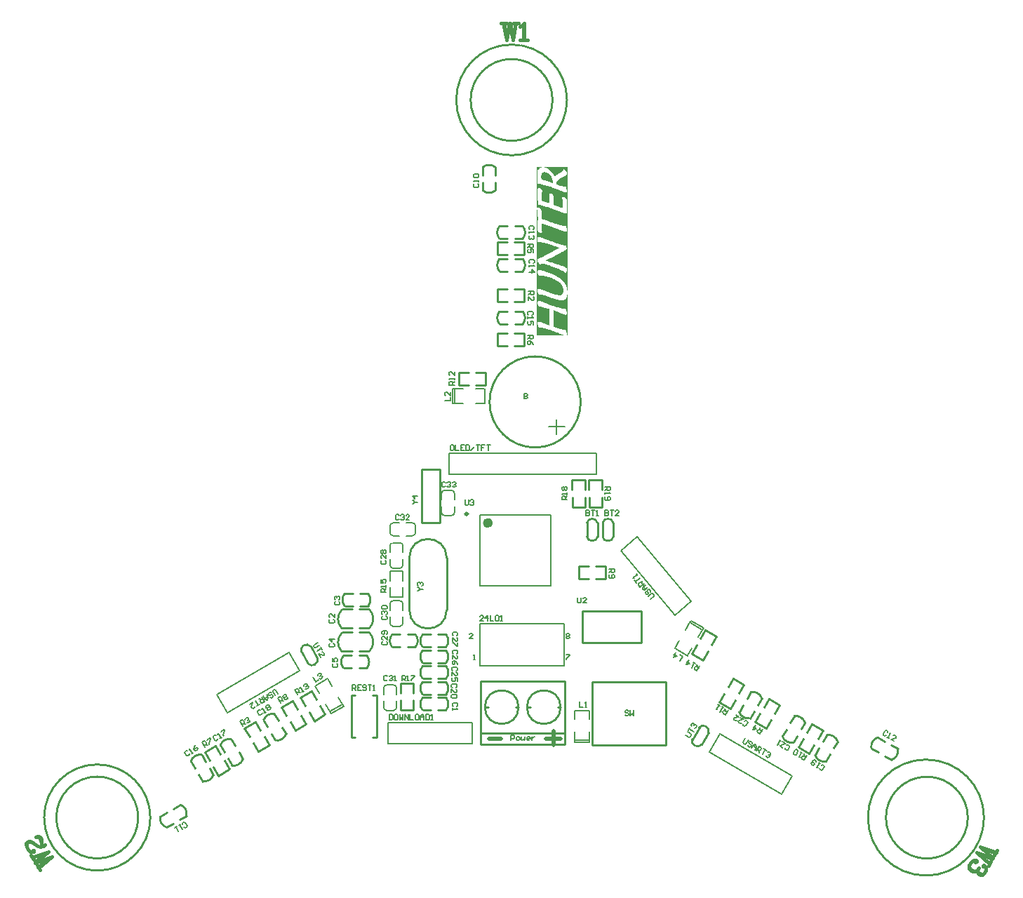
<source format=gto>
G04*
G04 #@! TF.GenerationSoftware,Altium Limited,Altium Designer,18.0.12 (696)*
G04*
G04 Layer_Color=65535*
%FSLAX25Y25*%
%MOIN*%
G70*
G01*
G75*
%ADD10C,0.01000*%
%ADD11C,0.00787*%
%ADD12C,0.01181*%
%ADD13C,0.02362*%
%ADD14C,0.00598*%
%ADD15C,0.00600*%
%ADD16C,0.02000*%
%ADD17C,0.00800*%
%ADD18C,0.01500*%
G36*
X250580Y321809D02*
X250783Y321735D01*
X251209Y321605D01*
X251672Y321457D01*
X252116Y321309D01*
X252320Y321235D01*
X252505Y321180D01*
X252671Y321124D01*
X252819Y321068D01*
X252949Y321031D01*
X253041Y320994D01*
X253097Y320976D01*
X253115D01*
X253708Y320772D01*
X254282Y320569D01*
X254818Y320384D01*
X255300Y320217D01*
X255762Y320050D01*
X256188Y319902D01*
X256577Y319754D01*
X256910Y319625D01*
X257225Y319514D01*
X257484Y319421D01*
X257724Y319328D01*
X257909Y319254D01*
X258058Y319199D01*
X258150Y319162D01*
X258224Y319125D01*
X258243D01*
X258576Y318995D01*
X258872Y318884D01*
X259168Y318773D01*
X259427Y318662D01*
X259668Y318569D01*
X259872Y318495D01*
X260075Y318422D01*
X260242Y318366D01*
X260390Y318310D01*
X260519Y318273D01*
X260630Y318218D01*
X260723Y318199D01*
X260779Y318181D01*
X260834Y318162D01*
X260853Y318144D01*
X260871D01*
X261186Y318051D01*
X261463Y317977D01*
X261686Y317940D01*
X261871Y317922D01*
X262000Y317903D01*
X262093Y317922D01*
X262148D01*
X262167D01*
X262278Y317977D01*
X262370Y318088D01*
X262426Y318199D01*
X262481Y318329D01*
X262500Y318459D01*
X262519Y318569D01*
Y317422D01*
X249895D01*
X250135Y317440D01*
X250357Y317459D01*
X250580Y317477D01*
X250746Y317514D01*
X250857Y317533D01*
X250876Y317551D01*
X250894D01*
X250802Y317792D01*
X250728Y318051D01*
X250654Y318366D01*
X250598Y318699D01*
X250505Y319403D01*
X250450Y320124D01*
X250431Y320476D01*
X250413Y320791D01*
Y321087D01*
X250395Y321346D01*
Y321864D01*
X250580Y321809D01*
D02*
G37*
G36*
X248192Y328880D02*
X248284Y328565D01*
X248358Y328232D01*
X248432Y327880D01*
X248525Y327121D01*
X248599Y326381D01*
X248618Y326029D01*
X248636Y325696D01*
X248655Y325400D01*
Y325122D01*
X248673Y324919D01*
Y323493D01*
X248655Y323179D01*
Y322642D01*
X248636Y322401D01*
Y322031D01*
X248618Y321883D01*
Y321661D01*
X248599Y321568D01*
Y321476D01*
X248562Y321050D01*
X248544Y320680D01*
X248525Y320346D01*
Y320069D01*
X248506Y319847D01*
Y319254D01*
X248544Y318958D01*
X248562Y318718D01*
X248599Y318532D01*
X248636Y318366D01*
X248673Y318255D01*
X248692Y318181D01*
X248710Y318162D01*
X248803Y317996D01*
X248895Y317848D01*
X249025Y317737D01*
X249136Y317644D01*
X249247Y317588D01*
X249339Y317533D01*
X249413Y317514D01*
X249432Y317496D01*
X249654Y317440D01*
X249895Y317422D01*
X248099D01*
Y329139D01*
X248192Y328880D01*
D02*
G37*
G36*
X262667Y348593D02*
X262741D01*
Y268611D01*
X262500D01*
D01*
X262148D01*
X262185Y268630D01*
X262204D01*
X262296Y268704D01*
X262370Y268815D01*
X262426Y268926D01*
X262463Y269037D01*
X262481Y269148D01*
X262500Y269240D01*
Y269333D01*
X262481Y269629D01*
X262407Y269962D01*
X262315Y270296D01*
X262204Y270610D01*
X262093Y270906D01*
X262037Y271036D01*
X262000Y271128D01*
X261963Y271221D01*
X261926Y271295D01*
X261908Y271332D01*
Y271351D01*
X261797Y271332D01*
X261667D01*
X261519D01*
X261352D01*
X260964Y271388D01*
X260538Y271462D01*
X260075Y271554D01*
X259575Y271684D01*
X258557Y271961D01*
X258058Y272110D01*
X257595Y272239D01*
X257151Y272387D01*
X256780Y272498D01*
X256614Y272554D01*
X256466Y272609D01*
X256318Y272646D01*
X256207Y272683D01*
X256114Y272720D01*
X256059Y272739D01*
X256021Y272757D01*
X256003D01*
Y280476D01*
X260908Y278680D01*
X261149Y278607D01*
X261352Y278551D01*
X261519Y278495D01*
X261649Y278477D01*
X261760Y278440D01*
X261834D01*
X261871Y278421D01*
X261889D01*
X261982D01*
X262074Y278440D01*
X262222Y278514D01*
X262296Y278569D01*
X262333Y278607D01*
X262389Y278699D01*
X262426Y278792D01*
X262481Y278995D01*
Y279088D01*
X262500Y279162D01*
Y279236D01*
X262481Y279532D01*
X262407Y279865D01*
X262315Y280198D01*
X262204Y280513D01*
X262093Y280809D01*
X262037Y280920D01*
X262000Y281031D01*
X261963Y281124D01*
X261926Y281179D01*
X261908Y281216D01*
Y281235D01*
X261797Y281216D01*
X261667D01*
X261501D01*
X261334D01*
X260945Y281272D01*
X260519Y281346D01*
X260038Y281438D01*
X259538Y281568D01*
X258520Y281846D01*
X258021Y281994D01*
X257539Y282123D01*
X257114Y282271D01*
X256725Y282382D01*
X256558Y282438D01*
X256410Y282494D01*
X256262Y282531D01*
X256151Y282568D01*
X256077Y282605D01*
X256003Y282623D01*
X255966Y282642D01*
X255947D01*
X255540Y282771D01*
X255096Y282938D01*
X254652Y283086D01*
X254207Y283253D01*
X254022Y283327D01*
X253837Y283382D01*
X253671Y283456D01*
X253523Y283493D01*
X253412Y283549D01*
X253319Y283586D01*
X253263Y283604D01*
X253245D01*
X249784Y284900D01*
X249562Y284955D01*
X249376Y284992D01*
X249210D01*
X249062Y284974D01*
X248951Y284937D01*
X248840Y284881D01*
X248692Y284733D01*
X248618Y284567D01*
X248562Y284419D01*
X248544Y284289D01*
Y268611D01*
X248099D01*
Y317422D01*
X262519D01*
Y326492D01*
D01*
Y318662D01*
X262500Y318977D01*
X262426Y319310D01*
X262333Y319643D01*
X262204Y319976D01*
X262093Y320254D01*
X262056Y320365D01*
X262000Y320476D01*
X261963Y320569D01*
X261926Y320624D01*
X261908Y320661D01*
Y320680D01*
X261797Y320661D01*
X261649D01*
X261334Y320680D01*
X260945Y320717D01*
X260519Y320791D01*
X260075Y320883D01*
X259594Y321013D01*
X258613Y321272D01*
X258132Y321402D01*
X257687Y321531D01*
X257262Y321661D01*
X256910Y321772D01*
X256595Y321864D01*
X256466Y321920D01*
X256373Y321938D01*
X256281Y321975D01*
X256225Y321994D01*
X256188Y322012D01*
X256170D01*
X255744Y322161D01*
X255300Y322309D01*
X254837Y322475D01*
X254356Y322660D01*
X253393Y322993D01*
X252912Y323179D01*
X252468Y323345D01*
X252042Y323493D01*
X251653Y323641D01*
X251302Y323771D01*
X250987Y323882D01*
X250746Y323974D01*
X250561Y324048D01*
X250487Y324067D01*
X250431Y324085D01*
X250413Y324104D01*
X250395D01*
X250413Y324456D01*
X250431Y324770D01*
X250450Y325085D01*
Y325363D01*
X250468Y325603D01*
X250487Y325844D01*
Y326381D01*
X250501Y326492D01*
X250505Y326529D01*
Y327158D01*
X250487Y327399D01*
X250468Y327584D01*
X250450Y327750D01*
Y327880D01*
X250431Y327954D01*
X250413Y328010D01*
Y328028D01*
X250302Y328287D01*
X250172Y328528D01*
X250117Y328602D01*
X250061Y328676D01*
X250043Y328713D01*
X250024Y328731D01*
X249913Y328861D01*
X249802Y328954D01*
X249691Y329046D01*
X249580Y329102D01*
X249487Y329157D01*
X249413Y329194D01*
X249358Y329213D01*
X249339D01*
D01*
X249136Y329250D01*
X248932Y329268D01*
X248710D01*
X248525Y329231D01*
X248506Y329229D01*
X248358Y329213D01*
X248210Y329176D01*
X248136Y329157D01*
X248099Y329139D01*
Y329268D01*
X248506D01*
Y336654D01*
D01*
Y329268D01*
X248099D01*
Y348593D01*
X262500D01*
X262667D01*
D01*
D02*
G37*
G36*
X248562Y283974D02*
X248636Y283660D01*
X248729Y283327D01*
X248840Y283012D01*
X248969Y282716D01*
X249006Y282605D01*
X249062Y282494D01*
X249099Y282401D01*
X249136Y282327D01*
X249154Y282290D01*
Y282271D01*
X249395Y282290D01*
X249710D01*
X250043Y282253D01*
X250431Y282179D01*
X250839Y282105D01*
X251283Y281994D01*
X252134Y281772D01*
X252560Y281642D01*
X252949Y281512D01*
X253300Y281401D01*
X253634Y281309D01*
X253893Y281216D01*
X254097Y281142D01*
X254170Y281124D01*
X254226Y281105D01*
X254244Y281087D01*
X254263D01*
Y273368D01*
X253893Y273498D01*
X253560Y273627D01*
X253245Y273738D01*
X252949Y273849D01*
X252690Y273942D01*
X252449Y274035D01*
X252245Y274109D01*
X252060Y274183D01*
X251894Y274238D01*
X251746Y274294D01*
X251635Y274331D01*
X251542Y274368D01*
X251468Y274405D01*
X251413Y274423D01*
X251394Y274442D01*
X251376D01*
X251061Y274571D01*
X250802Y274664D01*
X250561Y274756D01*
X250357Y274830D01*
X250209Y274886D01*
X250098Y274923D01*
X250024Y274960D01*
X250006D01*
X249691Y275052D01*
X249432Y275108D01*
X249228Y275127D01*
X249080D01*
X248951Y275108D01*
X248877Y275090D01*
X248840Y275071D01*
X248821Y275052D01*
X248729Y274960D01*
X248655Y274849D01*
X248618Y274738D01*
X248581Y274645D01*
X248562Y274534D01*
X248544Y274460D01*
Y284252D01*
X248562Y283974D01*
D02*
G37*
G36*
Y274127D02*
X248636Y273831D01*
X248729Y273498D01*
X248840Y273183D01*
X248969Y272887D01*
X249006Y272757D01*
X249062Y272646D01*
X249099Y272554D01*
X249136Y272480D01*
X249154Y272443D01*
Y272424D01*
X249395Y272443D01*
X249710Y272424D01*
X250080Y272387D01*
X250468Y272313D01*
X250894Y272239D01*
X251339Y272128D01*
X252245Y271887D01*
X252690Y271758D01*
X253097Y271647D01*
X253486Y271536D01*
X253819Y271425D01*
X254097Y271332D01*
X254207Y271295D01*
X254300Y271258D01*
X254374Y271239D01*
X254430Y271221D01*
X254467Y271202D01*
X254485D01*
X255300Y270925D01*
X255670Y270795D01*
X256040Y270666D01*
X256392Y270536D01*
X256706Y270425D01*
X257002Y270314D01*
X257280Y270203D01*
X257539Y270110D01*
X257761Y270036D01*
X257946Y269962D01*
X258113Y269888D01*
X258243Y269851D01*
X258335Y269814D01*
X258391Y269777D01*
X258409D01*
X258705Y269666D01*
X258983Y269555D01*
X259242Y269444D01*
X259483Y269352D01*
X259705Y269259D01*
X259909Y269185D01*
X260075Y269129D01*
X260242Y269074D01*
X260371Y269018D01*
X260501Y268963D01*
X260594Y268926D01*
X260667Y268907D01*
X260779Y268870D01*
X260816Y268852D01*
X261019Y268796D01*
X261186Y268741D01*
X261501Y268667D01*
X261741Y268611D01*
X248544D01*
Y274386D01*
X248562Y274127D01*
D02*
G37*
%LPC*%
G36*
X251172Y348593D02*
D01*
X250931Y348574D01*
X250691Y348556D01*
X250468Y348519D01*
X250283Y348463D01*
X250098Y348408D01*
X249950Y348334D01*
X249821Y348278D01*
X249710Y348204D01*
X249636Y348148D01*
X249580Y348112D01*
X249543Y348093D01*
X249524Y348075D01*
X249339Y347889D01*
X249173Y347667D01*
X249043Y347427D01*
X248914Y347186D01*
X248803Y346927D01*
X248729Y346649D01*
X248599Y346112D01*
X248562Y345872D01*
X248525Y345631D01*
X248506Y345409D01*
X248488Y345224D01*
X248469Y345076D01*
Y348593D01*
D01*
D01*
Y336654D01*
D01*
Y344854D01*
X248488Y344373D01*
X248506Y344113D01*
X248525Y343891D01*
X248544Y343706D01*
X248562Y343540D01*
X248581Y343447D01*
Y343317D01*
X248599Y343188D01*
Y343021D01*
X248618Y342818D01*
Y342373D01*
X248636Y341911D01*
X248655Y341448D01*
Y341041D01*
X248673Y340893D01*
Y340670D01*
X248969D01*
X249302Y340652D01*
X249673Y340597D01*
X250080Y340522D01*
X250505Y340430D01*
X250950Y340319D01*
X251820Y340097D01*
X252245Y339967D01*
X252634Y339856D01*
X252986Y339745D01*
X253300Y339652D01*
X253560Y339578D01*
X253763Y339504D01*
X253837Y339486D01*
X253893Y339467D01*
X253911Y339449D01*
X253930D01*
X254781Y339153D01*
X255596Y338875D01*
X255984Y338727D01*
X256302Y338616D01*
X256355Y338597D01*
X256706Y338468D01*
X257040Y338338D01*
X257336Y338227D01*
X257613Y338135D01*
X257854Y338042D01*
X258058Y337968D01*
X258224Y337913D01*
X258354Y337857D01*
X258428Y337839D01*
X258446Y337820D01*
X258835Y337672D01*
X259205Y337542D01*
X259501Y337413D01*
X259779Y337320D01*
X260020Y337228D01*
X260223Y337154D01*
X260408Y337080D01*
X260538Y337024D01*
X260667Y336987D01*
X260760Y336950D01*
X260834Y336931D01*
X260890Y336913D01*
X260945Y336876D01*
X260964D01*
D01*
X261167Y336802D01*
X261352Y336765D01*
X261519Y336709D01*
X261649Y336691D01*
X261760Y336672D01*
X261834Y336654D01*
X261889D01*
X261908D01*
X262037D01*
X262130Y336691D01*
X262222Y336709D01*
X262278Y336746D01*
X262309Y336765D01*
X262370Y336802D01*
X262389Y336839D01*
X262426Y336931D01*
X262444Y337024D01*
X262481Y337228D01*
X262500Y337302D01*
Y337450D01*
X262481Y337727D01*
X262407Y338024D01*
X262315Y338357D01*
X262210Y338653D01*
D01*
X262204Y338671D01*
X262111Y338949D01*
X262056Y339060D01*
X262019Y339171D01*
X261982Y339264D01*
X261945Y339319D01*
X261926Y339356D01*
Y339375D01*
X261556D01*
X261204Y339393D01*
X260871Y339430D01*
X260594Y339467D01*
X260334Y339504D01*
X260149Y339541D01*
X260075Y339560D01*
X260020Y339578D01*
X260001D01*
X259983D01*
X259594Y339689D01*
X259168Y339801D01*
X258742Y339930D01*
X258335Y340041D01*
X257984Y340152D01*
X257817Y340208D01*
X257687Y340245D01*
X257576Y340282D01*
X257502Y340319D01*
X257447Y340337D01*
X257428D01*
X257410Y340615D01*
X257391Y340819D01*
Y341022D01*
X257428Y341244D01*
X257502Y341485D01*
X257632Y341707D01*
X257817Y341948D01*
X258021Y342170D01*
X258243Y342392D01*
X258724Y342818D01*
X258983Y343003D01*
X259224Y343188D01*
X259446Y343336D01*
X259649Y343465D01*
X259835Y343577D01*
X259964Y343651D01*
X260038Y343706D01*
X260075Y343725D01*
X260408Y343854D01*
X260704Y343984D01*
X260964Y344095D01*
X261186Y344206D01*
X261408Y344299D01*
X261575Y344391D01*
X261741Y344484D01*
X261871Y344558D01*
X261982Y344613D01*
X262074Y344669D01*
X262204Y344761D01*
X262278Y344817D01*
X262296Y344835D01*
X262426Y344983D01*
X262519Y345150D01*
X262574Y345298D01*
X262611Y345428D01*
X262648Y345539D01*
X262667Y345631D01*
Y345705D01*
X262648Y345872D01*
X262593Y346038D01*
X262519Y346223D01*
X262407Y346390D01*
X262278Y346575D01*
X262130Y346742D01*
X261815Y347056D01*
X261519Y347316D01*
X261371Y347427D01*
X261241Y347538D01*
X261130Y347612D01*
X261056Y347667D01*
X261001Y347704D01*
X260982Y347723D01*
X260890Y347501D01*
X260760Y347279D01*
X260575Y347056D01*
X260371Y346834D01*
X260131Y346612D01*
X259872Y346409D01*
X259335Y346001D01*
X259057Y345816D01*
X258798Y345650D01*
X258576Y345483D01*
X258354Y345354D01*
X258187Y345261D01*
X258039Y345187D01*
X257965Y345131D01*
X257928Y345113D01*
X257724Y344983D01*
X257539Y344872D01*
X257373Y344761D01*
X257225Y344650D01*
X257114Y344539D01*
X257002Y344428D01*
X256836Y344261D01*
X256743Y344095D01*
X256688Y343984D01*
X256651Y343910D01*
Y343891D01*
X256429Y344502D01*
X256170Y345057D01*
X255873Y345557D01*
X255559Y346020D01*
X255207Y346427D01*
X254855Y346797D01*
X254504Y347112D01*
X254134Y347408D01*
X253800Y347649D01*
X253467Y347852D01*
X253171Y348019D01*
X252912Y348148D01*
X252690Y348241D01*
X252542Y348315D01*
X252431Y348352D01*
X252394Y348371D01*
X252060Y348463D01*
X251746Y348537D01*
X251449Y348574D01*
X251172Y348593D01*
D02*
G37*
G36*
X249136Y338653D02*
X249025D01*
X248932Y338616D01*
X248840Y338597D01*
X248784Y338560D01*
X248766Y338542D01*
X248747Y338523D01*
X248673Y338412D01*
X248599Y338246D01*
X248562Y338079D01*
X248544Y337894D01*
X248525Y337727D01*
X248506Y337579D01*
D01*
D01*
Y337450D01*
X248618Y335043D01*
Y334784D01*
X248636Y334507D01*
Y334192D01*
X248655Y333859D01*
Y333155D01*
X248673Y332452D01*
Y330805D01*
X249025Y330749D01*
X249432Y330675D01*
X249895Y330564D01*
X250395Y330434D01*
X250931Y330286D01*
X251468Y330138D01*
X252023Y329972D01*
X252560Y329805D01*
X253078Y329639D01*
X253578Y329490D01*
X254022Y329342D01*
X254411Y329213D01*
X254578Y329157D01*
X254726Y329102D01*
X254855Y329065D01*
X254985Y329028D01*
X255059Y328991D01*
X255133Y328972D01*
X255170Y328954D01*
X255188D01*
X255892Y328713D01*
X256595Y328454D01*
X257262Y328213D01*
X257595Y328102D01*
X257891Y327991D01*
X258169Y327880D01*
X258428Y327787D01*
X258650Y327713D01*
X258854Y327639D01*
X259002Y327565D01*
X259131Y327528D01*
X259205Y327510D01*
X259224Y327491D01*
X259612Y327343D01*
X259946Y327214D01*
X260242Y327103D01*
X260501Y327010D01*
X260723Y326918D01*
X260908Y326862D01*
X261056Y326806D01*
X261186Y326751D01*
X261278Y326714D01*
X261352Y326695D01*
X261408Y326677D01*
X261445Y326658D01*
X261482Y326640D01*
X261667Y326584D01*
X261815Y326547D01*
X261945Y326529D01*
X262056Y326510D01*
X262148Y326492D01*
X262204D01*
X262241D01*
X262259D01*
X262352Y326529D01*
X262407Y326603D01*
X262463Y326695D01*
X262481Y326806D01*
X262500Y326899D01*
X262519Y326992D01*
Y327084D01*
X262481Y328176D01*
Y328417D01*
X262463Y328676D01*
Y329268D01*
Y329694D01*
X262519Y331878D01*
D01*
X262500Y332285D01*
X262481Y332619D01*
X262444Y332915D01*
X262389Y333137D01*
X262352Y333303D01*
X262315Y333415D01*
X262296Y333489D01*
X262278Y333507D01*
X262167Y333674D01*
X262056Y333803D01*
X261908Y333914D01*
X261778Y334007D01*
X261649Y334081D01*
X261556Y334137D01*
X261482Y334173D01*
X261463D01*
X261260Y334210D01*
X261038Y334229D01*
X260797D01*
X260575Y334210D01*
X260390Y334173D01*
X260242Y334155D01*
X260131Y334137D01*
X260094Y334118D01*
X260186Y333877D01*
X260260Y333618D01*
X260390Y333044D01*
X260482Y332452D01*
X260538Y331878D01*
X260575Y331601D01*
Y331360D01*
X260594Y331138D01*
X260612Y330953D01*
Y329731D01*
X260594Y329509D01*
Y329268D01*
Y329046D01*
X260026Y329268D01*
D01*
X259742Y329379D01*
X258909Y329676D01*
X258520Y329824D01*
X258150Y329953D01*
X257799Y330083D01*
X257484Y330194D01*
X257169Y330305D01*
X256910Y330397D01*
X256669Y330471D01*
X256466Y330545D01*
X256318Y330601D01*
X256188Y330638D01*
X256114Y330675D01*
X256096D01*
X256077Y331064D01*
Y331804D01*
X256114Y334007D01*
X256096Y334377D01*
X256077Y334673D01*
X256021Y334932D01*
X255966Y335118D01*
X255929Y335266D01*
X255873Y335377D01*
X255855Y335432D01*
X255836Y335451D01*
X255725Y335599D01*
X255596Y335710D01*
X255466Y335802D01*
X255355Y335876D01*
X255244Y335932D01*
X255170Y335969D01*
X255115Y336006D01*
X255096D01*
X254929Y336043D01*
X254763Y336062D01*
X254411Y336080D01*
X254263Y336062D01*
X254134D01*
X254059Y336043D01*
X254022D01*
X254078Y335839D01*
X254115Y335562D01*
X254152Y335266D01*
X254189Y334914D01*
X254207Y334544D01*
X254226Y334137D01*
X254244Y333341D01*
X254263Y332952D01*
Y331341D01*
X250487Y332693D01*
Y332989D01*
X250468Y333266D01*
Y333896D01*
X250450Y334044D01*
Y335006D01*
X250468Y335340D01*
X250487Y335673D01*
X250524Y335950D01*
X250561Y336228D01*
X250598Y336469D01*
X250632Y336654D01*
X250635Y336672D01*
D01*
X250672Y336876D01*
X250709Y337042D01*
X250746Y337191D01*
X250783Y337302D01*
X250820Y337413D01*
X250857Y337487D01*
X250876Y337542D01*
X250894Y337561D01*
Y337579D01*
X250580Y337857D01*
X250302Y338098D01*
X250043Y338264D01*
X249839Y338394D01*
X249673Y338486D01*
X249543Y338560D01*
X249469Y338597D01*
X249450D01*
D01*
X249284Y338634D01*
X249136Y338653D01*
D02*
G37*
G36*
X249191Y315404D02*
X249043D01*
X248951Y315386D01*
X248895Y315367D01*
X248877D01*
X248766Y315275D01*
X248692Y315164D01*
X248636Y315053D01*
X248599Y314923D01*
X248581Y314812D01*
X248562Y314738D01*
Y315404D01*
D01*
Y299671D01*
Y314645D01*
X248581Y314386D01*
X248655Y314090D01*
X248729Y313794D01*
X248840Y313498D01*
X248932Y313239D01*
X249025Y313017D01*
X249062Y312943D01*
X249099Y312887D01*
X249117Y312850D01*
Y312831D01*
X249487Y312868D01*
X249876D01*
X250265D01*
X250598Y312831D01*
X250913Y312794D01*
X251042Y312776D01*
X251153Y312757D01*
X251227Y312739D01*
X251302D01*
X251339Y312720D01*
X251357D01*
X251616Y312665D01*
X251894Y312591D01*
X252190Y312517D01*
X252523Y312424D01*
X253189Y312221D01*
X253856Y312017D01*
X254170Y311925D01*
X254467Y311832D01*
X254726Y311739D01*
X254948Y311665D01*
X255152Y311610D01*
X255281Y311554D01*
X255374Y311536D01*
X255411Y311517D01*
X255707Y311425D01*
X256003Y311314D01*
X256632Y311091D01*
X257262Y310869D01*
X257873Y310666D01*
X258150Y310555D01*
X258391Y310462D01*
X258631Y310388D01*
X258817Y310314D01*
X258983Y310259D01*
X259094Y310222D01*
X259187Y310203D01*
X259205Y310185D01*
X252893Y307038D01*
X250376Y305779D01*
X250172Y305668D01*
X249987Y305575D01*
X249821Y305483D01*
X249673Y305409D01*
X249432Y305261D01*
X249247Y305168D01*
X249117Y305076D01*
X249043Y305020D01*
X249006Y305002D01*
X248988Y304983D01*
X248858Y304835D01*
X248766Y304724D01*
X248729Y304650D01*
X248710Y304613D01*
X248673Y304483D01*
X248655Y304354D01*
Y304224D01*
X248673Y304095D01*
X248710Y303947D01*
X248766Y303780D01*
X248840Y303613D01*
X249025Y303299D01*
X249228Y302984D01*
X249450Y302707D01*
X249543Y302577D01*
X249636Y302466D01*
X249710Y302392D01*
X249765Y302318D01*
X249802Y302281D01*
X249821Y302262D01*
X249969Y302429D01*
X250135Y302540D01*
X250320Y302614D01*
X250505Y302670D01*
X250672Y302707D01*
X250802Y302725D01*
X250894D01*
X250931D01*
X251079Y302707D01*
X251246Y302688D01*
X251635Y302614D01*
X252042Y302521D01*
X252449Y302410D01*
X252819Y302299D01*
X252967Y302244D01*
X253115Y302207D01*
X253226Y302170D01*
X253319Y302133D01*
X253375Y302114D01*
X253393D01*
X254059Y301892D01*
X254670Y301670D01*
X255244Y301466D01*
X255781Y301281D01*
X256281Y301096D01*
X256743Y300929D01*
X257151Y300763D01*
X257521Y300633D01*
X257854Y300504D01*
X258132Y300393D01*
X258372Y300282D01*
X258576Y300208D01*
X258724Y300152D01*
X258835Y300097D01*
X258909Y300078D01*
X258928Y300060D01*
X259279Y299911D01*
X259594Y299745D01*
X259909Y299597D01*
X260186Y299449D01*
X260464Y299301D01*
X260704Y299153D01*
X260927Y299005D01*
X261130Y298875D01*
X261297Y298745D01*
X261463Y298634D01*
X261593Y298542D01*
X261686Y298468D01*
X261778Y298394D01*
X261834Y298338D01*
X261871Y298320D01*
X261889Y298301D01*
X262093Y298579D01*
X262259Y298838D01*
X262370Y299078D01*
X262444Y299319D01*
X262481Y299504D01*
X262500Y299652D01*
X262504Y299671D01*
X262519Y299745D01*
Y299782D01*
X262500Y300023D01*
X262463Y300226D01*
X262407Y300393D01*
X262333Y300541D01*
X262259Y300652D01*
X262204Y300744D01*
X262167Y300781D01*
X262148Y300800D01*
X261982Y300929D01*
X261778Y301059D01*
X261334Y301281D01*
X261130Y301374D01*
X260964Y301429D01*
X260853Y301466D01*
X260834Y301485D01*
X260816D01*
X260760Y301503D01*
X260667Y301540D01*
X260519Y301577D01*
X260334Y301633D01*
X260131Y301707D01*
X259890Y301763D01*
X259390Y301929D01*
X258891Y302077D01*
X258668Y302151D01*
X258465Y302207D01*
X258280Y302262D01*
X258150Y302299D01*
X258076Y302336D01*
X258039D01*
X257021Y302651D01*
X256003Y302984D01*
X255522Y303151D01*
X255041Y303299D01*
X254578Y303447D01*
X254152Y303595D01*
X253745Y303725D01*
X253393Y303854D01*
X253060Y303947D01*
X252782Y304039D01*
X252560Y304113D01*
X252394Y304169D01*
X252301Y304206D01*
X252264Y304224D01*
X252579Y304354D01*
X252930Y304521D01*
X253319Y304706D01*
X253708Y304891D01*
X254541Y305298D01*
X255374Y305705D01*
X255762Y305909D01*
X256114Y306075D01*
X256447Y306242D01*
X256725Y306390D01*
X256965Y306520D01*
X257151Y306612D01*
X257262Y306668D01*
X257280Y306686D01*
X257299D01*
X257928Y307019D01*
X258520Y307334D01*
X259076Y307630D01*
X259594Y307926D01*
X260057Y308204D01*
X260501Y308445D01*
X260890Y308685D01*
X261260Y308889D01*
X261575Y309092D01*
X261834Y309259D01*
X262074Y309407D01*
X262259Y309537D01*
X262426Y309629D01*
X262519Y309703D01*
X262593Y309740D01*
X262611Y309759D01*
D01*
X262000Y311203D01*
X261297Y311369D01*
X260575Y311554D01*
X259872Y311758D01*
X259520Y311869D01*
X259187Y311962D01*
X258891Y312072D01*
X258613Y312147D01*
X258354Y312239D01*
X258150Y312313D01*
X257965Y312369D01*
X257836Y312406D01*
X257761Y312443D01*
X257724D01*
X256873Y312739D01*
X256059Y313017D01*
X255688Y313165D01*
X255318Y313294D01*
X254966Y313424D01*
X254652Y313535D01*
X254356Y313646D01*
X254097Y313757D01*
X253856Y313831D01*
X253671Y313905D01*
X253504Y313979D01*
X253393Y314016D01*
X253319Y314053D01*
X253300D01*
X252912Y314201D01*
X252560Y314331D01*
X252245Y314460D01*
X251968Y314571D01*
X251709Y314664D01*
X251468Y314756D01*
X251264Y314830D01*
X251098Y314886D01*
X250950Y314942D01*
X250820Y314997D01*
X250709Y315034D01*
X250635Y315053D01*
X250561Y315090D01*
X250524D01*
X250487Y315108D01*
X250246Y315182D01*
X250043Y315256D01*
X249858Y315312D01*
X249673Y315349D01*
X249524Y315367D01*
X249395Y315386D01*
X249191Y315404D01*
D02*
G37*
G36*
X249506Y299671D02*
X249487D01*
X249469D01*
X249302D01*
X249154Y299652D01*
X249025Y299615D01*
X248914Y299578D01*
X248747Y299430D01*
X248618Y299282D01*
X248562Y299115D01*
X248525Y298968D01*
X248506Y298856D01*
Y298819D01*
X248544Y298542D01*
X248562Y298468D01*
D01*
X248604Y298301D01*
D01*
X248618Y298246D01*
X248729Y297949D01*
X248858Y297653D01*
X248988Y297376D01*
X249099Y297172D01*
X249136Y297079D01*
X249173Y297024D01*
X249210Y296987D01*
Y296968D01*
X249487Y297042D01*
X249821Y297079D01*
X250191D01*
X250598Y297042D01*
X251042Y296987D01*
X251486Y296913D01*
X252394Y296728D01*
X252838Y296617D01*
X253245Y296506D01*
X253615Y296395D01*
X253948Y296284D01*
X254226Y296210D01*
X254337Y296172D01*
X254430Y296135D01*
X254504Y296117D01*
X254559Y296098D01*
X254596Y296080D01*
X254615D01*
X255207Y295876D01*
X255762Y295654D01*
X256281Y295432D01*
X256762Y295210D01*
X257188Y294988D01*
X257576Y294784D01*
X257928Y294581D01*
X258243Y294395D01*
X258502Y294210D01*
X258742Y294044D01*
X258928Y293896D01*
X259094Y293766D01*
X259224Y293674D01*
X259298Y293600D01*
X259353Y293544D01*
X259372Y293526D01*
X259631Y293248D01*
X259853Y292970D01*
X260038Y292674D01*
X260205Y292378D01*
X260353Y292082D01*
X260464Y291786D01*
X260556Y291508D01*
X260630Y291230D01*
X260686Y290971D01*
X260742Y290749D01*
X260779Y290545D01*
X260797Y290360D01*
Y290212D01*
X260816Y290101D01*
Y290009D01*
X260797Y289675D01*
X260760Y289379D01*
X260704Y289120D01*
X260630Y288879D01*
X260556Y288676D01*
X260445Y288491D01*
X260353Y288343D01*
X260242Y288213D01*
X260131Y288102D01*
X260038Y288028D01*
X259853Y287898D01*
X259779Y287861D01*
X259723Y287843D01*
X259686Y287824D01*
X259668D01*
X259427Y287787D01*
X259168Y287750D01*
X258891Y287769D01*
X258576Y287787D01*
X257946Y287861D01*
X257317Y287991D01*
X257021Y288065D01*
X256762Y288139D01*
X256503Y288195D01*
X256281Y288269D01*
X256114Y288324D01*
X255966Y288361D01*
X255892Y288380D01*
X255855Y288398D01*
X255337Y288583D01*
X254781Y288787D01*
X254244Y288972D01*
X253763Y289157D01*
X253523Y289250D01*
X253319Y289324D01*
X253134Y289398D01*
X252986Y289472D01*
X252856Y289509D01*
X252745Y289546D01*
X252690Y289583D01*
X252671D01*
X252338Y289713D01*
X252042Y289842D01*
X251764Y289935D01*
X251505Y290046D01*
X251302Y290120D01*
X251098Y290194D01*
X250931Y290268D01*
X250765Y290323D01*
X250654Y290379D01*
X250542Y290416D01*
X250450Y290434D01*
X250376Y290471D01*
X250283Y290508D01*
X250265D01*
X249895Y290638D01*
X249580Y290712D01*
X249339Y290768D01*
X249136Y290786D01*
X249006D01*
X248914D01*
X248858Y290768D01*
X248840D01*
X248729Y290693D01*
X248655Y290582D01*
X248581Y290453D01*
X248544Y290323D01*
X248525Y290194D01*
X248506Y290083D01*
Y289972D01*
X248525Y289675D01*
X248599Y289361D01*
X248692Y289046D01*
X248803Y288731D01*
X248914Y288454D01*
X249006Y288250D01*
X249043Y288158D01*
X249080Y288102D01*
X249099Y288065D01*
Y288047D01*
X249321Y288065D01*
X249580D01*
X249858Y288047D01*
X250154Y288010D01*
X250765Y287917D01*
X251357Y287769D01*
X251653Y287695D01*
X251912Y287621D01*
X252153Y287565D01*
X252357Y287491D01*
X252542Y287436D01*
X252671Y287399D01*
X252745Y287380D01*
X252782Y287362D01*
X253412Y287140D01*
X253708Y287029D01*
X253967Y286917D01*
X254207Y286825D01*
X254393Y286769D01*
X254467Y286732D01*
X254522Y286714D01*
X254541Y286695D01*
X254559D01*
X254911Y286566D01*
X255226Y286436D01*
X255522Y286325D01*
X255781Y286233D01*
X256003Y286158D01*
X256151Y286103D01*
X256262Y286066D01*
X256281Y286048D01*
X256299D01*
X256910Y285844D01*
X257484Y285696D01*
X258002Y285566D01*
X258502Y285492D01*
X258946Y285418D01*
X259353Y285381D01*
X259705Y285363D01*
X260316D01*
X260556Y285400D01*
X260760Y285418D01*
X260927Y285455D01*
X261056Y285474D01*
X261149Y285511D01*
X261204Y285529D01*
X261223D01*
X261482Y285677D01*
X261723Y285862D01*
X261926Y286103D01*
X262093Y286362D01*
X262241Y286640D01*
X262370Y286936D01*
X262463Y287251D01*
X262556Y287565D01*
X262611Y287861D01*
X262667Y288158D01*
X262685Y288417D01*
X262722Y288657D01*
Y288843D01*
X262741Y288991D01*
Y289120D01*
X262722Y289750D01*
X262648Y290342D01*
X262519Y290916D01*
X262370Y291434D01*
X262204Y291934D01*
X262000Y292396D01*
X261797Y292822D01*
X261575Y293229D01*
X261371Y293563D01*
X261167Y293877D01*
X260964Y294136D01*
X260779Y294358D01*
X260649Y294544D01*
X260519Y294655D01*
X260445Y294747D01*
X260427Y294766D01*
X259964Y295173D01*
X259446Y295580D01*
X258872Y295969D01*
X258280Y296339D01*
X257669Y296691D01*
X257058Y297005D01*
X256429Y297320D01*
X255836Y297598D01*
X255263Y297857D01*
X254726Y298079D01*
X254226Y298283D01*
X254173Y298301D01*
D01*
X253907Y298394D01*
X253800Y298431D01*
X253615Y298505D01*
X253449Y298579D01*
X253319Y298616D01*
X253189Y298671D01*
X253097Y298708D01*
X253023Y298727D01*
X252986Y298745D01*
X252967D01*
X252505Y298893D01*
X252097Y299042D01*
X251709Y299153D01*
X251357Y299264D01*
X251024Y299338D01*
X250746Y299430D01*
X250487Y299486D01*
X250265Y299541D01*
X250080Y299578D01*
X249913Y299615D01*
X249765Y299634D01*
X249654Y299652D01*
X249580D01*
X249506Y299671D01*
D02*
G37*
%LPD*%
G36*
X252023Y346186D02*
X252264Y346168D01*
X252468Y346131D01*
X252542Y346112D01*
X252597Y346094D01*
X252634Y346075D01*
X252653D01*
X252912Y345964D01*
X253171Y345853D01*
X253634Y345576D01*
X254041Y345280D01*
X254374Y344983D01*
X254652Y344706D01*
X254744Y344576D01*
X254837Y344484D01*
X254911Y344391D01*
X254966Y344317D01*
X254985Y344280D01*
X255003Y344261D01*
X255152Y344021D01*
X255281Y343762D01*
X255503Y343225D01*
X255651Y342707D01*
X255762Y342225D01*
X255799Y342003D01*
X255818Y341800D01*
X255855Y341633D01*
Y341466D01*
X255873Y341337D01*
Y340856D01*
X255429Y341004D01*
X254966Y341170D01*
X254041Y341503D01*
X253115Y341837D01*
X252690Y341985D01*
X252264Y342151D01*
X251875Y342281D01*
X251524Y342429D01*
X251209Y342540D01*
X250931Y342633D01*
X250709Y342725D01*
X250542Y342781D01*
X250450Y342818D01*
X250413Y342836D01*
X250339Y343280D01*
X250320Y343502D01*
X250302Y343688D01*
X250283Y343854D01*
Y344076D01*
X250302Y344521D01*
X250376Y344909D01*
X250487Y345224D01*
X250598Y345483D01*
X250709Y345668D01*
X250820Y345798D01*
X250894Y345890D01*
X250913Y345909D01*
X251042Y346001D01*
X251172Y346075D01*
X251449Y346168D01*
X251746Y346205D01*
X252023Y346186D01*
D02*
G37*
D10*
X269047Y237000D02*
G03*
X269047Y237000I-21654J0D01*
G01*
X156352Y116456D02*
G03*
X156300Y110600I3492J-2959D01*
G01*
X167448Y110544D02*
G03*
X167500Y116400I-3492J2959D01*
G01*
X155578Y127294D02*
G03*
X155470Y118490I4494J-4458D01*
G01*
X168640Y118540D02*
G03*
X168736Y127357I-4494J4458D01*
G01*
X156952Y145956D02*
G03*
X156900Y140100I3492J-2959D01*
G01*
X168048Y140044D02*
G03*
X168100Y145900I-3492J2959D01*
G01*
X155578Y138294D02*
G03*
X155470Y129490I4494J-4458D01*
G01*
X168640Y129540D02*
G03*
X168736Y138357I-4494J4458D01*
G01*
X344366Y89618D02*
G03*
X349412Y86645I4309J1545D01*
G01*
X355034Y96271D02*
G03*
X349989Y99244I-4309J-1545D01*
G01*
X364866Y78118D02*
G03*
X369912Y75145I4309J1545D01*
G01*
X375534Y84771D02*
G03*
X370489Y87744I-4309J-1545D01*
G01*
X380416Y69142D02*
G03*
X385461Y66169I4309J1545D01*
G01*
X391084Y75796D02*
G03*
X386038Y78769I-4309J-1545D01*
G01*
X123536Y88814D02*
G03*
X118438Y85931I-817J-4504D01*
G01*
X123964Y76249D02*
G03*
X129061Y79131I817J4504D01*
G01*
X102986Y76838D02*
G03*
X97888Y73955I-817J-4504D01*
G01*
X103414Y64273D02*
G03*
X108511Y67156I817J4504D01*
G01*
X88986Y69338D02*
G03*
X83889Y66455I-817J-4504D01*
G01*
X89414Y56773D02*
G03*
X94511Y59656I817J4504D01*
G01*
X241548Y274044D02*
G03*
X241600Y279900I-3492J2959D01*
G01*
X230452Y279956D02*
G03*
X230400Y274100I3492J-2959D01*
G01*
X241548Y299044D02*
G03*
X241600Y304900I-3492J2959D01*
G01*
X230452Y304956D02*
G03*
X230400Y299100I3492J-2959D01*
G01*
X241548Y314544D02*
G03*
X241600Y320400I-3492J2959D01*
G01*
X230452Y320456D02*
G03*
X230400Y314600I3492J-2959D01*
G01*
X179452Y126456D02*
G03*
X179400Y120600I3492J-2959D01*
G01*
X190548Y120544D02*
G03*
X190600Y126400I-3492J2959D01*
G01*
X205048Y90544D02*
G03*
X205100Y96400I-3492J2959D01*
G01*
X193952Y96456D02*
G03*
X193900Y90600I3492J-2959D01*
G01*
X193952Y103956D02*
G03*
X193900Y98100I3492J-2959D01*
G01*
X205048Y98044D02*
G03*
X205100Y103900I-3492J2959D01*
G01*
X205048Y105544D02*
G03*
X205100Y111400I-3492J2959D01*
G01*
X193952Y111456D02*
G03*
X193900Y105600I3492J-2959D01*
G01*
X205048Y113044D02*
G03*
X205100Y118900I-3492J2959D01*
G01*
X193952Y118956D02*
G03*
X193900Y113100I3492J-2959D01*
G01*
X205048Y120544D02*
G03*
X205100Y126400I-3492J2959D01*
G01*
X193952Y126456D02*
G03*
X193900Y120600I3492J-2959D01*
G01*
X274500Y181500D02*
G03*
X272000Y179500I-250J-2250D01*
G01*
X277000D02*
G03*
X274500Y181500I-2250J-250D01*
G01*
X272000Y173000D02*
G03*
X274500Y171000I2250J250D01*
G01*
Y171000D02*
G03*
X277000Y173000I250J2250D01*
G01*
X282000Y181500D02*
G03*
X279500Y179500I-250J-2250D01*
G01*
X284500D02*
G03*
X282000Y181500I-2250J-250D01*
G01*
X279500Y173000D02*
G03*
X282000Y171000I2250J250D01*
G01*
Y171000D02*
G03*
X284500Y173000I250J2250D01*
G01*
X328500Y82830D02*
G03*
X325335Y82348I-1342J-1824D01*
G01*
X329665Y79848D02*
G03*
X328500Y82830I-2074J908D01*
G01*
X322085Y76719D02*
G03*
X323250Y73737I2074J-908D01*
G01*
Y73737D02*
G03*
X326415Y74219I1342J1824D01*
G01*
X137500Y121330D02*
G03*
X136335Y118348I908J-2074D01*
G01*
X140665Y120848D02*
G03*
X137500Y121330I-1824J-1342D01*
G01*
X139585Y112719D02*
G03*
X142750Y112237I1823J1342D01*
G01*
Y112237D02*
G03*
X143915Y115219I-908J2074D01*
G01*
X239500Y92000D02*
G03*
X239500Y92000I-8000J0D01*
G01*
X259500Y92000D02*
G03*
X259500Y92000I-8000J0D01*
G01*
X205350Y163000D02*
G03*
X187650Y163000I-8850J0D01*
G01*
Y138200D02*
G03*
X205350Y138200I8850J0D01*
G01*
X410118Y77634D02*
G03*
X407145Y72588I1545J-4309D01*
G01*
X416771Y66966D02*
G03*
X419744Y72012I-1545J4309D01*
G01*
X81814Y40464D02*
G03*
X78931Y45562I-4504J817D01*
G01*
X69249Y40036D02*
G03*
X72131Y34938I4504J-817D01*
G01*
X222544Y337452D02*
G03*
X228400Y337400I2959J3492D01*
G01*
X228456Y348548D02*
G03*
X222600Y348600I-2959J-3492D01*
G01*
X452949Y39500D02*
G03*
X452949Y39500I-19449J0D01*
G01*
X58803Y39538D02*
G03*
X58803Y39538I-19449J0D01*
G01*
X255653Y380493D02*
G03*
X255653Y380493I-19449J0D01*
G01*
X262505D02*
G03*
X262505Y380493I-26300J0D01*
G01*
X460617Y39538D02*
G03*
X460617Y39538I-27562J0D01*
G01*
X64582D02*
G03*
X64582Y39538I-25228J0D01*
G01*
X268000Y153000D02*
Y159000D01*
X280900Y153000D02*
Y159100D01*
X268000Y153000D02*
X272700D01*
X268000Y159000D02*
X272700D01*
X276200Y159100D02*
X280900D01*
X276200Y153000D02*
X280900D01*
X163700Y116500D02*
X167400D01*
X163700Y110500D02*
X167400D01*
X156400D02*
X160200D01*
X156500Y116500D02*
X160200D01*
X163770Y127490D02*
X168590D01*
X163770Y118490D02*
X168500D01*
X155770Y127490D02*
X160470D01*
X155560Y118490D02*
X160470D01*
X164300Y146000D02*
X168000D01*
X164300Y140000D02*
X168000D01*
X157000D02*
X160800D01*
X157100Y146000D02*
X160800D01*
X163770Y138490D02*
X168590D01*
X163770Y129490D02*
X168500D01*
X155770Y138490D02*
X160470D01*
X155560Y129490D02*
X160470D01*
X269755Y122700D02*
X297755D01*
X269755Y137700D02*
X297755D01*
X269755Y122700D02*
Y137700D01*
X297755Y122700D02*
Y137700D01*
X358352Y96074D02*
X363548Y93074D01*
X351902Y84902D02*
X357185Y81852D01*
X356002Y92003D02*
X358352Y96074D01*
X361198Y89003D02*
X363548Y93074D01*
X357185Y81852D02*
X359535Y85922D01*
X351902Y84902D02*
X354252Y88972D01*
X348002Y96003D02*
X349852Y99208D01*
X353198Y93003D02*
X355048Y96208D01*
X349548Y86681D02*
X351448Y89972D01*
X344402Y89768D02*
X346252Y92972D01*
X368502Y84503D02*
X370352Y87708D01*
X373698Y81503D02*
X375548Y84708D01*
X370048Y75181D02*
X371948Y78472D01*
X364902Y78268D02*
X366752Y81472D01*
X384052Y75528D02*
X385902Y78732D01*
X389248Y72528D02*
X391098Y75732D01*
X385598Y66206D02*
X387498Y69497D01*
X380452Y69292D02*
X382302Y72497D01*
X341352Y105574D02*
X346548Y102574D01*
X334902Y94402D02*
X340185Y91352D01*
X339002Y101503D02*
X341352Y105574D01*
X344198Y98503D02*
X346548Y102574D01*
X340185Y91352D02*
X342535Y95422D01*
X334902Y94402D02*
X337252Y98472D01*
X372402Y72902D02*
X377598Y69902D01*
X378765Y84124D02*
X384048Y81074D01*
X377598Y69902D02*
X379948Y73972D01*
X372402Y72902D02*
X374752Y76972D01*
X376415Y80053D02*
X378765Y84124D01*
X381698Y77003D02*
X384048Y81074D01*
X321952Y117426D02*
X327148Y114426D01*
X328315Y128648D02*
X333598Y125598D01*
X327148Y114426D02*
X329498Y118497D01*
X321952Y117426D02*
X324302Y121497D01*
X325965Y124578D02*
X328315Y128648D01*
X331248Y121528D02*
X333598Y125598D01*
X115852Y70926D02*
X121048Y73926D01*
X109315Y82048D02*
X114598Y85098D01*
X118698Y77997D02*
X121048Y73926D01*
X113502Y74997D02*
X115852Y70926D01*
X109315Y82048D02*
X111665Y77978D01*
X114598Y85098D02*
X116948Y81028D01*
X127248Y82472D02*
X129098Y79268D01*
X122052Y79472D02*
X123902Y76268D01*
X118402Y85794D02*
X120302Y82503D01*
X123648Y88708D02*
X125498Y85503D01*
X106698Y70497D02*
X108548Y67292D01*
X101502Y67497D02*
X103352Y64292D01*
X97852Y73819D02*
X99752Y70528D01*
X103098Y76732D02*
X104948Y73528D01*
X92698Y62997D02*
X94548Y59792D01*
X87502Y59997D02*
X89352Y56792D01*
X83852Y66319D02*
X85752Y63028D01*
X89098Y69232D02*
X90948Y66028D01*
X133352Y80926D02*
X138548Y83926D01*
X126815Y92048D02*
X132098Y95098D01*
X136198Y87997D02*
X138548Y83926D01*
X131002Y84997D02*
X133352Y80926D01*
X126815Y92048D02*
X129165Y87978D01*
X132098Y95098D02*
X134448Y91028D01*
X90402Y70598D02*
X95598Y73598D01*
X96852Y59426D02*
X102135Y62476D01*
X90402Y70598D02*
X92752Y66528D01*
X95598Y73598D02*
X97948Y69528D01*
X99785Y66547D02*
X102135Y62476D01*
X94502Y63497D02*
X96852Y59426D01*
X135902Y96598D02*
X141098Y99598D01*
X142352Y85426D02*
X147635Y88476D01*
X135902Y96598D02*
X138252Y92528D01*
X141098Y99598D02*
X143448Y95528D01*
X145285Y92547D02*
X147635Y88476D01*
X140002Y89497D02*
X142352Y85426D01*
X229367Y263500D02*
Y269500D01*
X242267Y263500D02*
Y269600D01*
X229367Y263500D02*
X234067D01*
X229367Y269500D02*
X234067D01*
X237567Y269600D02*
X242267D01*
X237567Y263500D02*
X242267D01*
X230500Y274000D02*
X234200D01*
X230500Y280000D02*
X234200D01*
X237700D02*
X241500D01*
X237700Y274000D02*
X241400D01*
X242267Y307000D02*
Y313000D01*
X229367Y306900D02*
Y313000D01*
X237567D02*
X242267D01*
X237567Y307000D02*
X242267D01*
X229367Y306900D02*
X234067D01*
X229367Y313000D02*
X234067D01*
X223900Y245000D02*
Y251000D01*
X211000Y244900D02*
Y251000D01*
X219200D02*
X223900D01*
X219200Y245000D02*
X223900D01*
X211000Y244900D02*
X215700D01*
X211000Y251000D02*
X215700D01*
X229367Y284500D02*
Y290500D01*
X242267Y284500D02*
Y290600D01*
X229367Y284500D02*
X234067D01*
X229367Y290500D02*
X234067D01*
X237567Y290600D02*
X242267D01*
X237567Y284500D02*
X242267D01*
X230500Y299000D02*
X234200D01*
X230500Y305000D02*
X234200D01*
X237700D02*
X241500D01*
X237700Y299000D02*
X241400D01*
X230500Y314500D02*
X234200D01*
X230500Y320500D02*
X234200D01*
X237700D02*
X241500D01*
X237700Y314500D02*
X241400D01*
X186800Y126500D02*
X190500D01*
X186800Y120500D02*
X190500D01*
X179500D02*
X183300D01*
X179600Y126500D02*
X183300D01*
X183500Y90500D02*
X189500D01*
X183400Y103400D02*
X189500D01*
Y90500D02*
Y95200D01*
X183500Y90500D02*
Y95200D01*
X183400Y98700D02*
Y103400D01*
X189500Y98700D02*
Y103400D01*
X170000Y77500D02*
X172000D01*
X160000D02*
X161800D01*
X170100Y97500D02*
X172000D01*
X160000D02*
X161800D01*
X172000Y77500D02*
Y97500D01*
X160000Y77500D02*
Y97500D01*
X194000Y90500D02*
X197700D01*
X194000Y96500D02*
X197700D01*
X201200D02*
X205000D01*
X201200Y90500D02*
X204900D01*
X201300Y104000D02*
X205000D01*
X201300Y98000D02*
X205000D01*
X194000D02*
X197800D01*
X194100Y104000D02*
X197800D01*
X194000Y105500D02*
X197700D01*
X194000Y111500D02*
X197700D01*
X201200D02*
X205000D01*
X201200Y105500D02*
X204900D01*
X194000Y113000D02*
X197700D01*
X194000Y119000D02*
X197700D01*
X201200D02*
X205000D01*
X201200Y113000D02*
X204900D01*
X194000Y120500D02*
X197700D01*
X194000Y126500D02*
X197700D01*
X201200D02*
X205000D01*
X201200Y120500D02*
X204900D01*
X265000Y187000D02*
X271000D01*
X264900Y199900D02*
X271000D01*
Y187000D02*
Y191700D01*
X265000Y187000D02*
Y191700D01*
X264900Y195200D02*
Y199900D01*
X271000Y195200D02*
Y199900D01*
X273000Y187000D02*
X279000D01*
X272900Y199900D02*
X279000D01*
Y187000D02*
Y191700D01*
X273000Y187000D02*
Y191700D01*
X272900Y195200D02*
Y199900D01*
X279000Y195200D02*
Y199900D01*
X193500Y179500D02*
X202000D01*
Y205000D01*
X193500D02*
X202000D01*
X193500Y179500D02*
Y205000D01*
X272000Y173000D02*
Y179500D01*
X277000Y173000D02*
Y179500D01*
X279500Y173000D02*
Y179500D01*
X284500Y173000D02*
Y179500D01*
X322085Y76719D02*
X325335Y82348D01*
X326415Y74219D02*
X329665Y79848D01*
X136335Y118348D02*
X139585Y112719D01*
X140665Y120848D02*
X143915Y115219D01*
X274516Y73843D02*
X308016Y73843D01*
X274516Y103842D02*
X274516Y73843D01*
X274516Y103842D02*
X309516D01*
X309516Y73843D01*
X308016Y73843D02*
X309516Y73843D01*
X221500Y79795D02*
X261500D01*
X261500Y104205D02*
X261500Y74283D01*
X221500Y104205D02*
X221500Y74283D01*
X221500Y104205D02*
X261500D01*
X221500Y74283D02*
X261500D01*
X223500Y92000D02*
X225000Y92000D01*
X238000Y92000D02*
X239500D01*
X243500D02*
X245000D01*
X258000Y92000D02*
X259500Y92000D01*
X187650Y138200D02*
Y163000D01*
X205350Y138200D02*
Y163000D01*
X416503Y73998D02*
X419708Y72148D01*
X413503Y68802D02*
X416708Y66952D01*
X407181Y72452D02*
X410472Y70552D01*
X410268Y77598D02*
X413472Y75748D01*
X72268Y34902D02*
X75472Y36752D01*
X69268Y40098D02*
X72472Y41948D01*
X75503Y43698D02*
X78794Y45598D01*
X78503Y38502D02*
X81708Y40352D01*
X222500Y344800D02*
Y348500D01*
X228500Y344800D02*
Y348500D01*
Y337500D02*
Y341300D01*
X222500Y337600D02*
Y341300D01*
D11*
X176965Y102543D02*
G03*
X175390Y100969I0J-1575D01*
G01*
X181610Y100969D02*
G03*
X180035Y102543I-1575J-0D01*
G01*
X180035Y90457D02*
G03*
X181610Y92032I0J1575D01*
G01*
X175390D02*
G03*
X176965Y90457I1575J0D01*
G01*
X190543Y178035D02*
G03*
X188969Y179610I-1575J0D01*
G01*
X188969Y173390D02*
G03*
X190543Y174965I-0J1575D01*
G01*
X178457Y174965D02*
G03*
X180032Y173390I1575J0D01*
G01*
Y179610D02*
G03*
X178457Y178035I0J-1575D01*
G01*
X207535Y182957D02*
G03*
X209110Y184531I0J1575D01*
G01*
X202890Y184531D02*
G03*
X204465Y182957I1575J0D01*
G01*
X204465Y195043D02*
G03*
X202890Y193468I0J-1575D01*
G01*
X209110D02*
G03*
X207535Y195043I-1575J-0D01*
G01*
X183035Y157988D02*
G03*
X184610Y159563I0J1575D01*
G01*
X178390Y159563D02*
G03*
X179965Y157988I1575J0D01*
G01*
X179965Y170075D02*
G03*
X178390Y168500I0J-1575D01*
G01*
X184610D02*
G03*
X183035Y170075I-1575J-0D01*
G01*
X179965Y142543D02*
G03*
X178390Y140969I0J-1575D01*
G01*
X184610Y140969D02*
G03*
X183035Y142543I-1575J-0D01*
G01*
X183035Y130457D02*
G03*
X184610Y132032I0J1575D01*
G01*
X178390D02*
G03*
X179965Y130457I1575J0D01*
G01*
X253693Y225189D02*
X261567D01*
X257630Y221646D02*
Y228732D01*
X175390Y92032D02*
Y94925D01*
X176965Y102543D02*
X180035D01*
X176965Y90457D02*
X180035D01*
X175390Y98075D02*
Y100969D01*
X181610Y98075D02*
Y100969D01*
X181610Y92032D02*
Y94925D01*
X180032Y179610D02*
X182925D01*
X190543Y174965D02*
Y178035D01*
X178457Y174965D02*
Y178035D01*
X186075Y179610D02*
X188969D01*
X186075Y173390D02*
X188969D01*
X180032Y173390D02*
X182925D01*
X209110Y190575D02*
Y193468D01*
X204465Y182957D02*
X207535D01*
X204465Y195043D02*
X207535D01*
X209110Y184531D02*
Y187425D01*
X202890Y184531D02*
Y187425D01*
X202890Y190575D02*
Y193468D01*
X313812Y135795D02*
X321472Y142223D01*
X288100Y166437D02*
X313812Y135795D01*
X295760Y172865D02*
X321472Y142223D01*
X288100Y166437D02*
X295760Y172865D01*
X177500Y74500D02*
Y84500D01*
X217500D01*
X177500Y74500D02*
X217500D01*
Y84500D01*
X364651Y50670D02*
X369651Y59330D01*
X330010Y70670D02*
X364651Y50670D01*
X335010Y79330D02*
X369651Y59330D01*
X330010Y70670D02*
X335010Y79330D01*
X96010Y97830D02*
X101010Y89170D01*
X96010Y97830D02*
X130651Y117830D01*
X101010Y89170D02*
X135651Y109170D01*
X130651Y117830D02*
X135651Y109170D01*
X184610Y165606D02*
Y168500D01*
X179965Y157988D02*
X183035D01*
X179965Y170075D02*
X183035D01*
X184610Y159563D02*
Y162457D01*
X178390Y159563D02*
Y162457D01*
X178390Y165606D02*
Y168500D01*
Y132032D02*
Y134925D01*
X179965Y142543D02*
X183035D01*
X179965Y130457D02*
X183035D01*
X178390Y138075D02*
Y140969D01*
X184610Y138075D02*
Y140969D01*
X184610Y132032D02*
Y134925D01*
X184610Y152075D02*
Y156543D01*
Y144457D02*
Y148925D01*
X178390Y152075D02*
Y156543D01*
Y144457D02*
X184610D01*
X178390Y156543D02*
X184610D01*
X178390Y144457D02*
Y148925D01*
X221268Y149768D02*
Y183232D01*
X254732Y149768D02*
Y183232D01*
X221268D02*
X254732D01*
X221268Y149768D02*
X254732D01*
X206500Y202500D02*
Y212500D01*
X276500D01*
Y202500D02*
Y212500D01*
X206500Y202500D02*
X276500D01*
X261000Y111500D02*
Y131500D01*
X221000Y111500D02*
Y131500D01*
X261000D01*
X221000Y111500D02*
X261000D01*
D12*
X215362Y183823D02*
G03*
X215362Y183823I-591J0D01*
G01*
D13*
X226091Y179492D02*
G03*
X226091Y179492I-1181J0D01*
G01*
D14*
X266039Y75185D02*
Y76185D01*
X273039Y75185D02*
Y76185D01*
X326905Y128708D02*
X327404Y129574D01*
X320842Y132208D02*
X321342Y133073D01*
X149910Y89832D02*
X150410Y88966D01*
X155973Y93332D02*
X156473Y92466D01*
X208185Y243461D02*
X209185D01*
X208185Y236461D02*
X209185D01*
D15*
X266039Y76185D02*
X273039D01*
Y80185D01*
X266039Y75185D02*
X273039D01*
Y86185D02*
Y90386D01*
X266039D02*
X273039D01*
X266039Y76185D02*
Y80185D01*
Y86185D02*
Y90185D01*
X320842Y132208D02*
X326905Y128708D01*
X318842Y128743D02*
X320842Y132208D01*
X321342Y133073D02*
X327404Y129574D01*
X313742Y119909D02*
X315842Y123547D01*
X313742Y119909D02*
X319804Y116409D01*
X324904Y125243D02*
X326905Y128708D01*
X319904Y116583D02*
X321904Y120047D01*
X149910Y89832D02*
X155973Y93332D01*
X153973Y96796D02*
X155973Y93332D01*
X150410Y88966D02*
X156473Y92466D01*
X148872Y105630D02*
X150973Y101992D01*
X142810Y102130D02*
X148872Y105630D01*
X147910Y93296D02*
X149910Y89832D01*
X142911Y101956D02*
X144911Y98492D01*
X209185Y236461D02*
Y243461D01*
Y236461D02*
X213185D01*
X208185D02*
Y243461D01*
X219185Y236461D02*
X223386D01*
Y243461D01*
X209185D02*
X213185D01*
X219185D02*
X223185D01*
D16*
X256000Y74000D02*
Y80500D01*
X252500Y77000D02*
X259500D01*
X225500D02*
X231000D01*
D17*
X262000Y126583D02*
X262417Y126999D01*
X263250D01*
X263666Y126583D01*
Y126166D01*
X263250Y125750D01*
X263666Y125333D01*
Y124917D01*
X263250Y124500D01*
X262417D01*
X262000Y124917D01*
Y125333D01*
X262417Y125750D01*
X262000Y126166D01*
Y126583D01*
X262417Y125750D02*
X263250D01*
X262000Y116999D02*
X263666D01*
Y116583D01*
X262000Y114917D01*
Y114500D01*
X218000D02*
X218833D01*
X218417D01*
Y116999D01*
X218000Y116583D01*
X217666Y124500D02*
X216000D01*
X217666Y126166D01*
Y126583D01*
X217250Y126999D01*
X216417D01*
X216000Y126583D01*
X291666Y90083D02*
X291250Y90499D01*
X290417D01*
X290000Y90083D01*
Y89666D01*
X290417Y89250D01*
X291250D01*
X291666Y88833D01*
Y88416D01*
X291250Y88000D01*
X290417D01*
X290000Y88416D01*
X292499Y90499D02*
Y88000D01*
X293332Y88833D01*
X294165Y88000D01*
Y90499D01*
X189001Y188500D02*
X189417D01*
X190250Y189333D01*
X189417Y190166D01*
X189001D01*
X190250Y189333D02*
X191500D01*
Y192249D02*
X189001D01*
X190250Y190999D01*
Y192665D01*
X191501Y147200D02*
X191917D01*
X192750Y148033D01*
X191917Y148866D01*
X191501D01*
X192750Y148033D02*
X194000D01*
X191917Y149699D02*
X191501Y150116D01*
Y150949D01*
X191917Y151365D01*
X192334D01*
X192750Y150949D01*
Y150532D01*
Y150949D01*
X193167Y151365D01*
X193584D01*
X194000Y150949D01*
Y150116D01*
X193584Y149699D01*
X235848Y76211D02*
Y78710D01*
X237098D01*
X237514Y78293D01*
Y77460D01*
X237098Y77044D01*
X235848D01*
X238764Y76211D02*
X239597D01*
X240013Y76627D01*
Y77460D01*
X239597Y77877D01*
X238764D01*
X238347Y77460D01*
Y76627D01*
X238764Y76211D01*
X240846Y77877D02*
Y76627D01*
X241263Y76211D01*
X241680Y76627D01*
X242096Y76211D01*
X242513Y76627D01*
Y77877D01*
X244595Y76211D02*
X243762D01*
X243346Y76627D01*
Y77460D01*
X243762Y77877D01*
X244595D01*
X245012Y77460D01*
Y77044D01*
X243346D01*
X245845Y77877D02*
Y76211D01*
Y77044D01*
X246261Y77460D01*
X246678Y77877D01*
X247094D01*
X318836Y78750D02*
X320639Y77708D01*
X321208Y77861D01*
X321625Y78582D01*
X321472Y79151D01*
X319669Y80193D01*
X320085Y80914D02*
X320918Y82357D01*
X320502Y81635D01*
X322666Y80386D01*
X321696Y82870D02*
X321543Y83439D01*
X321960Y84161D01*
X322529Y84313D01*
X322889Y84105D01*
X323042Y83536D01*
X322833Y83175D01*
X323042Y83536D01*
X323611Y83688D01*
X323972Y83480D01*
X324124Y82911D01*
X323708Y82189D01*
X323138Y82037D01*
X144164Y122750D02*
X142361Y121708D01*
X142208Y121139D01*
X142625Y120418D01*
X143194Y120265D01*
X144997Y121307D01*
X145414Y120585D02*
X146247Y119142D01*
X145831Y119864D01*
X143666Y118614D01*
X145332Y115728D02*
X144499Y117171D01*
X146775Y116561D01*
X147136Y116770D01*
X147288Y117339D01*
X146872Y118060D01*
X146303Y118213D01*
X347250Y77164D02*
X346208Y75361D01*
X346361Y74792D01*
X347082Y74375D01*
X347651Y74528D01*
X348692Y76331D01*
X350649Y74721D02*
X350496Y75290D01*
X349775Y75706D01*
X349206Y75554D01*
X348997Y75193D01*
X349150Y74624D01*
X349871Y74208D01*
X350024Y73639D01*
X349816Y73278D01*
X349247Y73126D01*
X348525Y73542D01*
X348373Y74111D01*
X350329Y72501D02*
X351162Y73944D01*
X352300Y74249D01*
X352605Y73111D01*
X351772Y71668D01*
X352396Y72750D01*
X350954Y73583D01*
X352493Y71251D02*
X353743Y73416D01*
X354825Y72791D01*
X354977Y72222D01*
X354561Y71500D01*
X353992Y71348D01*
X352910Y71973D01*
X353631Y71556D02*
X353936Y70418D01*
X355907Y72166D02*
X357350Y71333D01*
X356628Y71750D01*
X355379Y69585D01*
X357863Y70556D02*
X358432Y70708D01*
X359154Y70292D01*
X359306Y69723D01*
X359098Y69362D01*
X358529Y69209D01*
X358168Y69418D01*
X358529Y69209D01*
X358681Y68640D01*
X358473Y68280D01*
X357904Y68127D01*
X357183Y68544D01*
X357030Y69113D01*
X125250Y98336D02*
X124208Y100139D01*
X123639Y100292D01*
X122918Y99875D01*
X122765Y99306D01*
X123807Y97503D01*
X121434Y96614D02*
X122003Y96461D01*
X122724Y96878D01*
X122877Y97447D01*
X122669Y97808D01*
X122100Y97960D01*
X121378Y97543D01*
X120809Y97696D01*
X120601Y98057D01*
X120753Y98626D01*
X121475Y99042D01*
X122044Y98890D01*
X119671Y98001D02*
X120504Y96558D01*
X120199Y95420D01*
X119061Y95725D01*
X118228Y97168D01*
X118853Y96086D01*
X120296Y96919D01*
X117507Y96751D02*
X118756Y94587D01*
X117674Y93962D01*
X117105Y94115D01*
X116689Y94836D01*
X116841Y95405D01*
X117923Y96030D01*
X117202Y95613D02*
X116064Y95918D01*
X116592Y93337D02*
X115149Y92504D01*
X115871Y92921D01*
X114621Y95085D01*
X111735Y93419D02*
X113178Y94252D01*
X112568Y91976D01*
X112777Y91615D01*
X113346Y91463D01*
X114067Y91879D01*
X114219Y92448D01*
X302085Y143394D02*
X303681Y144732D01*
X303732Y145319D01*
X303197Y145957D01*
X302610Y146009D01*
X301014Y144670D01*
X299727Y146852D02*
X299676Y146265D01*
X300211Y145627D01*
X300798Y145576D01*
X301117Y145844D01*
X301169Y146430D01*
X300633Y147069D01*
X300684Y147655D01*
X301004Y147923D01*
X301590Y147872D01*
X302126Y147234D01*
X302075Y146647D01*
X300787Y148829D02*
X299511Y147758D01*
X298337Y147861D01*
X298440Y149034D01*
X299716Y150105D01*
X298759Y149302D01*
X299830Y148026D01*
X299181Y150743D02*
X297266Y149137D01*
X296463Y150094D01*
X296514Y150681D01*
X297152Y151217D01*
X297739Y151165D01*
X298542Y150208D01*
X298007Y150846D02*
X298110Y152020D01*
X295660Y151051D02*
X294589Y152328D01*
X295124Y151690D01*
X297039Y153296D01*
X295968Y154572D02*
X295432Y155211D01*
X295700Y154892D01*
X293786Y153285D01*
X294372Y153234D01*
X214000Y190499D02*
Y188417D01*
X214417Y188000D01*
X215250D01*
X215666Y188417D01*
Y190499D01*
X216499Y190083D02*
X216916Y190499D01*
X217749D01*
X218165Y190083D01*
Y189666D01*
X217749Y189250D01*
X217332D01*
X217749D01*
X218165Y188833D01*
Y188417D01*
X217749Y188000D01*
X216916D01*
X216499Y188417D01*
X267500Y143999D02*
Y141917D01*
X267916Y141500D01*
X268750D01*
X269166Y141917D01*
Y143999D01*
X271665Y141500D02*
X269999D01*
X271665Y143166D01*
Y143583D01*
X271249Y143999D01*
X270416D01*
X269999Y143583D01*
X160500Y100000D02*
Y102499D01*
X161750D01*
X162166Y102083D01*
Y101250D01*
X161750Y100833D01*
X160500D01*
X161333D02*
X162166Y100000D01*
X164665Y102499D02*
X162999D01*
Y100000D01*
X164665D01*
X162999Y101250D02*
X163832D01*
X167165Y102083D02*
X166748Y102499D01*
X165915D01*
X165498Y102083D01*
Y101666D01*
X165915Y101250D01*
X166748D01*
X167165Y100833D01*
Y100417D01*
X166748Y100000D01*
X165915D01*
X165498Y100417D01*
X167998Y102499D02*
X169664D01*
X168831D01*
Y100000D01*
X170497D02*
X171330D01*
X170913D01*
Y102499D01*
X170497Y102083D01*
X280500Y196500D02*
X282999D01*
Y195250D01*
X282583Y194834D01*
X281750D01*
X281333Y195250D01*
Y196500D01*
Y195667D02*
X280500Y194834D01*
Y194001D02*
Y193168D01*
Y193584D01*
X282999D01*
X282583Y194001D01*
X280917Y191918D02*
X280500Y191502D01*
Y190669D01*
X280917Y190252D01*
X282583D01*
X282999Y190669D01*
Y191502D01*
X282583Y191918D01*
X282166D01*
X281750Y191502D01*
Y190252D01*
X262500Y190500D02*
X260001D01*
Y191750D01*
X260417Y192166D01*
X261250D01*
X261667Y191750D01*
Y190500D01*
Y191333D02*
X262500Y192166D01*
Y192999D02*
Y193832D01*
Y193416D01*
X260001D01*
X260417Y192999D01*
Y195082D02*
X260001Y195498D01*
Y196331D01*
X260417Y196748D01*
X260834D01*
X261250Y196331D01*
X261667Y196748D01*
X262084D01*
X262500Y196331D01*
Y195498D01*
X262084Y195082D01*
X261667D01*
X261250Y195498D01*
X260834Y195082D01*
X260417D01*
X261250Y195498D02*
Y196331D01*
X184000Y104500D02*
Y106999D01*
X185250D01*
X185666Y106583D01*
Y105750D01*
X185250Y105333D01*
X184000D01*
X184833D02*
X185666Y104500D01*
X186499D02*
X187332D01*
X186916D01*
Y106999D01*
X186499Y106583D01*
X188582Y106999D02*
X190248D01*
Y106583D01*
X188582Y104917D01*
Y104500D01*
X176500Y146500D02*
X174001D01*
Y147750D01*
X174417Y148166D01*
X175250D01*
X175667Y147750D01*
Y146500D01*
Y147333D02*
X176500Y148166D01*
Y148999D02*
Y149832D01*
Y149416D01*
X174001D01*
X174417Y148999D01*
X174001Y152748D02*
Y151082D01*
X175250D01*
X174834Y151915D01*
Y152331D01*
X175250Y152748D01*
X176084D01*
X176500Y152331D01*
Y151498D01*
X176084Y151082D01*
X325500Y111500D02*
X324250Y109336D01*
X323168Y109960D01*
X323016Y110529D01*
X323432Y111251D01*
X324001Y111403D01*
X325083Y110778D01*
X324362Y111195D02*
X324057Y112333D01*
X323336Y112750D02*
X322614Y113166D01*
X322975Y112958D01*
X321725Y110793D01*
X322294Y110946D01*
X320450Y114416D02*
X319200Y112251D01*
X320907Y112709D01*
X319464Y113542D01*
X134500Y98000D02*
X133250Y100164D01*
X134333Y100789D01*
X134902Y100637D01*
X135318Y99915D01*
X135166Y99346D01*
X134083Y98721D01*
X134805Y99138D02*
X135943Y98833D01*
X136664Y99250D02*
X137386Y99666D01*
X137025Y99458D01*
X135775Y101622D01*
X135623Y101053D01*
X137427Y102095D02*
X137579Y102664D01*
X138301Y103080D01*
X138870Y102928D01*
X139078Y102567D01*
X138925Y101998D01*
X138565Y101790D01*
X138925Y101998D01*
X139494Y101845D01*
X139703Y101485D01*
X139550Y100916D01*
X138829Y100499D01*
X138260Y100652D01*
X209000Y245000D02*
X206501D01*
Y246250D01*
X206917Y246666D01*
X207750D01*
X208167Y246250D01*
Y245000D01*
Y245833D02*
X209000Y246666D01*
Y247499D02*
Y248332D01*
Y247916D01*
X206501D01*
X206917Y247499D01*
X209000Y251248D02*
Y249582D01*
X207334Y251248D01*
X206917D01*
X206501Y250831D01*
Y249998D01*
X206917Y249582D01*
X339000Y90500D02*
X337750Y88336D01*
X336668Y88960D01*
X336516Y89529D01*
X336932Y90251D01*
X337501Y90403D01*
X338583Y89779D01*
X337862Y90195D02*
X337557Y91333D01*
X336836Y91750D02*
X336114Y92166D01*
X336475Y91958D01*
X335225Y89793D01*
X335794Y89946D01*
X335032Y92791D02*
X334311Y93207D01*
X334671Y92999D01*
X333422Y90835D01*
X333991Y90987D01*
X376450Y68976D02*
X375200Y66811D01*
X374118Y67436D01*
X373966Y68005D01*
X374382Y68726D01*
X374951Y68879D01*
X376033Y68254D01*
X375312Y68671D02*
X375007Y69809D01*
X374286Y70225D02*
X373564Y70642D01*
X373925Y70433D01*
X372675Y68269D01*
X373244Y68422D01*
X371441Y69463D02*
X370872Y69310D01*
X370150Y69727D01*
X369998Y70296D01*
X370831Y71739D01*
X371400Y71891D01*
X372121Y71475D01*
X372274Y70906D01*
X371441Y69463D01*
X282500Y157500D02*
X284999D01*
Y156250D01*
X284583Y155834D01*
X283750D01*
X283333Y156250D01*
Y157500D01*
Y156667D02*
X282500Y155834D01*
X282916Y155001D02*
X282500Y154584D01*
Y153751D01*
X282916Y153335D01*
X284583D01*
X284999Y153751D01*
Y154584D01*
X284583Y155001D01*
X284166D01*
X283750Y154584D01*
Y153335D01*
X126450Y94024D02*
X125200Y96189D01*
X126283Y96814D01*
X126852Y96661D01*
X127268Y95940D01*
X127116Y95371D01*
X126033Y94746D01*
X126755Y95162D02*
X127893Y94858D01*
X127573Y97078D02*
X127726Y97647D01*
X128447Y98063D01*
X129016Y97911D01*
X129224Y97550D01*
X129072Y96981D01*
X129641Y96829D01*
X129849Y96468D01*
X129697Y95899D01*
X128975Y95482D01*
X128406Y95635D01*
X128198Y95995D01*
X128350Y96565D01*
X127781Y96717D01*
X127573Y97078D01*
X128350Y96565D02*
X129072Y96981D01*
X90450Y73024D02*
X89200Y75189D01*
X90283Y75814D01*
X90852Y75661D01*
X91268Y74940D01*
X91116Y74371D01*
X90034Y73746D01*
X90755Y74162D02*
X91893Y73857D01*
X91365Y76438D02*
X92808Y77271D01*
X93016Y76911D01*
X92406Y74635D01*
X92614Y74274D01*
X243867Y268500D02*
X246366D01*
Y267250D01*
X245950Y266834D01*
X245117D01*
X244700Y267250D01*
Y268500D01*
Y267667D02*
X243867Y266834D01*
X246366Y264335D02*
X245950Y265168D01*
X245117Y266001D01*
X244284D01*
X243867Y265584D01*
Y264751D01*
X244284Y264335D01*
X244700D01*
X245117Y264751D01*
Y266001D01*
X243867Y312000D02*
X246366D01*
Y310750D01*
X245950Y310334D01*
X245117D01*
X244700Y310750D01*
Y312000D01*
Y311167D02*
X243867Y310334D01*
X246366Y307835D02*
Y309501D01*
X245117D01*
X245533Y308668D01*
Y308251D01*
X245117Y307835D01*
X244284D01*
X243867Y308251D01*
Y309084D01*
X244284Y309501D01*
X355450Y81476D02*
X354200Y79311D01*
X353118Y79936D01*
X352966Y80505D01*
X353382Y81226D01*
X353951Y81379D01*
X355033Y80754D01*
X354312Y81171D02*
X354007Y82309D01*
X352203Y83350D02*
X350954Y81186D01*
X352661Y81643D01*
X351218Y82476D01*
X108450Y83024D02*
X107200Y85189D01*
X108283Y85814D01*
X108852Y85661D01*
X109268Y84940D01*
X109116Y84371D01*
X108034Y83746D01*
X108755Y84162D02*
X109893Y83858D01*
X109573Y86078D02*
X109725Y86647D01*
X110447Y87063D01*
X111016Y86911D01*
X111224Y86550D01*
X111072Y85981D01*
X110711Y85773D01*
X111072Y85981D01*
X111641Y85829D01*
X111849Y85468D01*
X111697Y84899D01*
X110975Y84482D01*
X110406Y84635D01*
X244267Y289500D02*
X246766D01*
Y288250D01*
X246350Y287834D01*
X245517D01*
X245100Y288250D01*
Y289500D01*
Y288667D02*
X244267Y287834D01*
Y285335D02*
Y287001D01*
X245933Y285335D01*
X246350D01*
X246766Y285751D01*
Y286584D01*
X246350Y287001D01*
X208250Y216499D02*
X207417D01*
X207000Y216083D01*
Y214417D01*
X207417Y214000D01*
X208250D01*
X208666Y214417D01*
Y216083D01*
X208250Y216499D01*
X209499D02*
Y214000D01*
X211165D01*
X213665Y216499D02*
X211998D01*
Y214000D01*
X213665D01*
X211998Y215250D02*
X212831D01*
X214498Y216499D02*
Y214000D01*
X215747D01*
X216164Y214417D01*
Y216083D01*
X215747Y216499D01*
X214498D01*
X216997Y214000D02*
X218663Y215666D01*
X219496Y216499D02*
X221162D01*
X220329D01*
Y214000D01*
X223661Y216499D02*
X221995D01*
Y215250D01*
X222828D01*
X221995D01*
Y214000D01*
X224494Y216499D02*
X226161D01*
X225327D01*
Y214000D01*
X316250Y113836D02*
X317500Y116000D01*
X316057Y116833D01*
X314253Y117874D02*
X313004Y115710D01*
X314711Y116167D01*
X313268Y117000D01*
X141750Y106164D02*
X143000Y104000D01*
X144443Y104833D01*
X144123Y107053D02*
X144275Y107622D01*
X144997Y108039D01*
X145566Y107886D01*
X145774Y107526D01*
X145622Y106957D01*
X145261Y106748D01*
X145622Y106957D01*
X146191Y106804D01*
X146399Y106443D01*
X146247Y105874D01*
X145525Y105458D01*
X144956Y105610D01*
X204501Y237500D02*
X207000D01*
Y239166D01*
Y241665D02*
Y239999D01*
X205334Y241665D01*
X204917D01*
X204501Y241249D01*
Y240416D01*
X204917Y239999D01*
X268500Y94499D02*
Y92000D01*
X270166D01*
X270999D02*
X271832D01*
X271416D01*
Y94499D01*
X270999Y94083D01*
X178000Y88499D02*
Y86000D01*
X179250D01*
X179666Y86417D01*
Y88083D01*
X179250Y88499D01*
X178000D01*
X181749D02*
X180916D01*
X180499Y88083D01*
Y86417D01*
X180916Y86000D01*
X181749D01*
X182165Y86417D01*
Y88083D01*
X181749Y88499D01*
X182998D02*
Y86000D01*
X183831Y86833D01*
X184664Y86000D01*
Y88499D01*
X185498Y86000D02*
Y88499D01*
X187164Y86000D01*
Y88499D01*
X187997D02*
Y86000D01*
X189663D01*
X191746Y88499D02*
X190912D01*
X190496Y88083D01*
Y86417D01*
X190912Y86000D01*
X191746D01*
X192162Y86417D01*
Y88083D01*
X191746Y88499D01*
X192995Y86000D02*
Y87666D01*
X193828Y88499D01*
X194661Y87666D01*
Y86000D01*
Y87250D01*
X192995D01*
X195494Y88499D02*
Y86000D01*
X196744D01*
X197160Y86417D01*
Y88083D01*
X196744Y88499D01*
X195494D01*
X197994Y86000D02*
X198827D01*
X198410D01*
Y88499D01*
X197994Y88083D01*
X204666Y198583D02*
X204250Y198999D01*
X203416D01*
X203000Y198583D01*
Y196916D01*
X203416Y196500D01*
X204250D01*
X204666Y196916D01*
X205499Y198583D02*
X205916Y198999D01*
X206749D01*
X207165Y198583D01*
Y198166D01*
X206749Y197750D01*
X206332D01*
X206749D01*
X207165Y197333D01*
Y196916D01*
X206749Y196500D01*
X205916D01*
X205499Y196916D01*
X207998Y198583D02*
X208415Y198999D01*
X209248D01*
X209665Y198583D01*
Y198166D01*
X209248Y197750D01*
X208831D01*
X209248D01*
X209665Y197333D01*
Y196916D01*
X209248Y196500D01*
X208415D01*
X207998Y196916D01*
X182666Y183083D02*
X182250Y183499D01*
X181416D01*
X181000Y183083D01*
Y181416D01*
X181416Y181000D01*
X182250D01*
X182666Y181416D01*
X183499Y183083D02*
X183916Y183499D01*
X184749D01*
X185165Y183083D01*
Y182666D01*
X184749Y182250D01*
X184332D01*
X184749D01*
X185165Y181833D01*
Y181416D01*
X184749Y181000D01*
X183916D01*
X183499Y181416D01*
X187664Y181000D02*
X185998D01*
X187664Y182666D01*
Y183083D01*
X187248Y183499D01*
X186415D01*
X185998Y183083D01*
X177166Y106583D02*
X176750Y106999D01*
X175917D01*
X175500Y106583D01*
Y104917D01*
X175917Y104500D01*
X176750D01*
X177166Y104917D01*
X177999Y106583D02*
X178416Y106999D01*
X179249D01*
X179665Y106583D01*
Y106166D01*
X179249Y105750D01*
X178832D01*
X179249D01*
X179665Y105333D01*
Y104917D01*
X179249Y104500D01*
X178416D01*
X177999Y104917D01*
X180498Y104500D02*
X181331D01*
X180915D01*
Y106999D01*
X180498Y106583D01*
X174917Y135166D02*
X174501Y134750D01*
Y133916D01*
X174917Y133500D01*
X176584D01*
X177000Y133916D01*
Y134750D01*
X176584Y135166D01*
X174917Y135999D02*
X174501Y136416D01*
Y137249D01*
X174917Y137665D01*
X175334D01*
X175750Y137249D01*
Y136832D01*
Y137249D01*
X176167Y137665D01*
X176584D01*
X177000Y137249D01*
Y136416D01*
X176584Y135999D01*
X174917Y138498D02*
X174501Y138915D01*
Y139748D01*
X174917Y140164D01*
X176584D01*
X177000Y139748D01*
Y138915D01*
X176584Y138498D01*
X174917D01*
X175017Y123166D02*
X174601Y122750D01*
Y121916D01*
X175017Y121500D01*
X176683D01*
X177100Y121916D01*
Y122750D01*
X176683Y123166D01*
X177100Y125665D02*
Y123999D01*
X175434Y125665D01*
X175017D01*
X174601Y125249D01*
Y124416D01*
X175017Y123999D01*
X176683Y126498D02*
X177100Y126915D01*
Y127748D01*
X176683Y128165D01*
X175017D01*
X174601Y127748D01*
Y126915D01*
X175017Y126498D01*
X175434D01*
X175850Y126915D01*
Y128165D01*
X174417Y161666D02*
X174001Y161250D01*
Y160416D01*
X174417Y160000D01*
X176084D01*
X176500Y160416D01*
Y161250D01*
X176084Y161666D01*
X176500Y164165D02*
Y162499D01*
X174834Y164165D01*
X174417D01*
X174001Y163749D01*
Y162916D01*
X174417Y162499D01*
Y164998D02*
X174001Y165415D01*
Y166248D01*
X174417Y166665D01*
X174834D01*
X175250Y166248D01*
X175667Y166665D01*
X176084D01*
X176500Y166248D01*
Y165415D01*
X176084Y164998D01*
X175667D01*
X175250Y165415D01*
X174834Y164998D01*
X174417D01*
X175250Y165415D02*
Y166248D01*
X210083Y125834D02*
X210499Y126250D01*
Y127084D01*
X210083Y127500D01*
X208417D01*
X208000Y127084D01*
Y126250D01*
X208417Y125834D01*
X208000Y123335D02*
Y125001D01*
X209666Y123335D01*
X210083D01*
X210499Y123751D01*
Y124584D01*
X210083Y125001D01*
X210499Y122502D02*
Y120835D01*
X210083D01*
X208417Y122502D01*
X208000D01*
X210083Y117334D02*
X210499Y117750D01*
Y118584D01*
X210083Y119000D01*
X208417D01*
X208000Y118584D01*
Y117750D01*
X208417Y117334D01*
X208000Y114835D02*
Y116501D01*
X209666Y114835D01*
X210083D01*
X210499Y115251D01*
Y116084D01*
X210083Y116501D01*
X210499Y112336D02*
X210083Y113169D01*
X209250Y114002D01*
X208417D01*
X208000Y113585D01*
Y112752D01*
X208417Y112336D01*
X208833D01*
X209250Y112752D01*
Y114002D01*
X209983Y109334D02*
X210399Y109750D01*
Y110583D01*
X209983Y111000D01*
X208316D01*
X207900Y110583D01*
Y109750D01*
X208316Y109334D01*
X207900Y106835D02*
Y108501D01*
X209566Y106835D01*
X209983D01*
X210399Y107251D01*
Y108084D01*
X209983Y108501D01*
X210399Y104335D02*
Y106002D01*
X209150D01*
X209566Y105169D01*
Y104752D01*
X209150Y104335D01*
X208316D01*
X207900Y104752D01*
Y105585D01*
X208316Y106002D01*
X346064Y83979D02*
X346216Y83410D01*
X346938Y82993D01*
X347507Y83146D01*
X348340Y84589D01*
X348187Y85158D01*
X347466Y85574D01*
X346897Y85422D01*
X344941Y87032D02*
X346384Y86199D01*
X344108Y85589D01*
X343899Y85228D01*
X344052Y84659D01*
X344773Y84243D01*
X345342Y84395D01*
X342776Y88282D02*
X344219Y87449D01*
X341943Y86839D01*
X341735Y86478D01*
X341888Y85909D01*
X342609Y85492D01*
X343178Y85645D01*
X366016Y72529D02*
X366168Y71960D01*
X366890Y71544D01*
X367459Y71696D01*
X368292Y73139D01*
X368139Y73708D01*
X367418Y74125D01*
X366849Y73972D01*
X364893Y75583D02*
X366336Y74750D01*
X364060Y74140D01*
X363851Y73779D01*
X364004Y73210D01*
X364725Y72794D01*
X365294Y72946D01*
X364171Y75999D02*
X363450Y76416D01*
X363811Y76207D01*
X362561Y74043D01*
X363130Y74196D01*
X209683Y101334D02*
X210099Y101750D01*
Y102584D01*
X209683Y103000D01*
X208016D01*
X207600Y102584D01*
Y101750D01*
X208016Y101334D01*
X207600Y98835D02*
Y100501D01*
X209266Y98835D01*
X209683D01*
X210099Y99251D01*
Y100084D01*
X209683Y100501D01*
Y98002D02*
X210099Y97585D01*
Y96752D01*
X209683Y96336D01*
X208016D01*
X207600Y96752D01*
Y97585D01*
X208016Y98002D01*
X209683D01*
X382516Y63029D02*
X382668Y62460D01*
X383390Y62044D01*
X383959Y62196D01*
X384792Y63639D01*
X384639Y64208D01*
X383918Y64625D01*
X383349Y64472D01*
X382836Y65250D02*
X382114Y65666D01*
X382475Y65458D01*
X381225Y63293D01*
X381794Y63446D01*
X380824Y65930D02*
X380671Y66499D01*
X379950Y66916D01*
X379381Y66763D01*
X378548Y65320D01*
X378700Y64751D01*
X379422Y64335D01*
X379991Y64487D01*
X380199Y64848D01*
X380047Y65417D01*
X378964Y66042D01*
X116902Y90637D02*
X116333Y90789D01*
X115611Y90373D01*
X115459Y89804D01*
X116292Y88361D01*
X116861Y88208D01*
X117582Y88625D01*
X117735Y89194D01*
X118664Y89250D02*
X119386Y89666D01*
X119025Y89458D01*
X117775Y91622D01*
X117623Y91053D01*
X119427Y92095D02*
X119579Y92664D01*
X120301Y93080D01*
X120870Y92928D01*
X121078Y92567D01*
X120925Y91998D01*
X121494Y91845D01*
X121703Y91485D01*
X121550Y90916D01*
X120829Y90499D01*
X120260Y90652D01*
X120052Y91012D01*
X120204Y91581D01*
X119635Y91734D01*
X119427Y92095D01*
X120204Y91581D02*
X120925Y91998D01*
X95888Y78553D02*
X95319Y78706D01*
X94597Y78289D01*
X94445Y77720D01*
X95278Y76277D01*
X95847Y76125D01*
X96568Y76542D01*
X96721Y77110D01*
X97650Y77166D02*
X98372Y77583D01*
X98011Y77375D01*
X96761Y79539D01*
X96609Y78970D01*
X98204Y80372D02*
X99647Y81205D01*
X99856Y80844D01*
X99246Y78568D01*
X99454Y78208D01*
X82320Y71303D02*
X81752Y71456D01*
X81030Y71039D01*
X80878Y70470D01*
X81711Y69027D01*
X82280Y68875D01*
X83001Y69292D01*
X83154Y69861D01*
X84083Y69916D02*
X84805Y70333D01*
X84444Y70125D01*
X83194Y72289D01*
X83042Y71720D01*
X86080Y73955D02*
X85567Y73178D01*
X85262Y72040D01*
X85679Y71318D01*
X86248Y71166D01*
X86969Y71582D01*
X87122Y72151D01*
X86913Y72512D01*
X86344Y72665D01*
X85262Y72040D01*
X245983Y278334D02*
X246399Y278750D01*
Y279584D01*
X245983Y280000D01*
X244317D01*
X243900Y279584D01*
Y278750D01*
X244317Y278334D01*
X243900Y277501D02*
Y276668D01*
Y277084D01*
X246399D01*
X245983Y277501D01*
X246399Y273752D02*
Y275418D01*
X245150D01*
X245566Y274585D01*
Y274169D01*
X245150Y273752D01*
X244317D01*
X243900Y274169D01*
Y275002D01*
X244317Y275418D01*
X246583Y302834D02*
X246999Y303250D01*
Y304083D01*
X246583Y304500D01*
X244917D01*
X244500Y304083D01*
Y303250D01*
X244917Y302834D01*
X244500Y302001D02*
Y301168D01*
Y301584D01*
X246999D01*
X246583Y302001D01*
X244500Y298669D02*
X246999D01*
X245750Y299918D01*
Y298252D01*
X246483Y318834D02*
X246899Y319250D01*
Y320083D01*
X246483Y320500D01*
X244816D01*
X244400Y320083D01*
Y319250D01*
X244816Y318834D01*
X244400Y318001D02*
Y317168D01*
Y317584D01*
X246899D01*
X246483Y318001D01*
Y315918D02*
X246899Y315502D01*
Y314669D01*
X246483Y314252D01*
X246066D01*
X245650Y314669D01*
Y315085D01*
Y314669D01*
X245233Y314252D01*
X244816D01*
X244400Y314669D01*
Y315502D01*
X244816Y315918D01*
X414984Y79971D02*
X414832Y80540D01*
X414110Y80956D01*
X413541Y80804D01*
X412708Y79361D01*
X412861Y78792D01*
X413582Y78375D01*
X414151Y78528D01*
X414664Y77750D02*
X415386Y77334D01*
X415025Y77542D01*
X416275Y79707D01*
X415706Y79554D01*
X417911Y75876D02*
X416468Y76709D01*
X418744Y77319D01*
X418952Y77680D01*
X418800Y78249D01*
X418078Y78665D01*
X417509Y78513D01*
X80598Y34863D02*
X81167Y34711D01*
X81889Y35127D01*
X82041Y35696D01*
X81208Y37139D01*
X80639Y37292D01*
X79918Y36875D01*
X79765Y36306D01*
X78836Y36250D02*
X78114Y35834D01*
X78475Y36042D01*
X79725Y33878D01*
X79877Y34447D01*
X77032Y35209D02*
X76311Y34793D01*
X76671Y35001D01*
X77921Y32836D01*
X78073Y33405D01*
X218417Y340666D02*
X218001Y340250D01*
Y339417D01*
X218417Y339000D01*
X220083D01*
X220500Y339417D01*
Y340250D01*
X220083Y340666D01*
X220500Y341499D02*
Y342332D01*
Y341916D01*
X218001D01*
X218417Y341499D01*
Y343582D02*
X218001Y343998D01*
Y344831D01*
X218417Y345248D01*
X220083D01*
X220500Y344831D01*
Y343998D01*
X220083Y343582D01*
X218417D01*
X151417Y112666D02*
X151001Y112250D01*
Y111416D01*
X151417Y111000D01*
X153084D01*
X153500Y111416D01*
Y112250D01*
X153084Y112666D01*
X151001Y115165D02*
Y113499D01*
X152250D01*
X151834Y114332D01*
Y114749D01*
X152250Y115165D01*
X153084D01*
X153500Y114749D01*
Y113916D01*
X153084Y113499D01*
X149917Y122166D02*
X149501Y121750D01*
Y120916D01*
X149917Y120500D01*
X151584D01*
X152000Y120916D01*
Y121750D01*
X151584Y122166D01*
X152000Y124249D02*
X149501D01*
X150750Y122999D01*
Y124665D01*
X152417Y142166D02*
X152001Y141750D01*
Y140917D01*
X152417Y140500D01*
X154084D01*
X154500Y140917D01*
Y141750D01*
X154084Y142166D01*
X152417Y142999D02*
X152001Y143416D01*
Y144249D01*
X152417Y144665D01*
X152834D01*
X153250Y144249D01*
Y143832D01*
Y144249D01*
X153667Y144665D01*
X154084D01*
X154500Y144249D01*
Y143416D01*
X154084Y142999D01*
X149917Y133666D02*
X149501Y133250D01*
Y132416D01*
X149917Y132000D01*
X151584D01*
X152000Y132416D01*
Y133250D01*
X151584Y133666D01*
X152000Y136165D02*
Y134499D01*
X150334Y136165D01*
X149917D01*
X149501Y135749D01*
Y134916D01*
X149917Y134499D01*
X210083Y92334D02*
X210499Y92750D01*
Y93584D01*
X210083Y94000D01*
X208417D01*
X208000Y93584D01*
Y92750D01*
X208417Y92334D01*
X208000Y91501D02*
Y90668D01*
Y91084D01*
X210499D01*
X210083Y91501D01*
X242000Y240999D02*
Y238500D01*
X243250D01*
X243666Y238916D01*
Y239333D01*
X243250Y239750D01*
X242000D01*
X243250D01*
X243666Y240166D01*
Y240583D01*
X243250Y240999D01*
X242000D01*
X280500Y185499D02*
Y183000D01*
X281750D01*
X282166Y183416D01*
Y183833D01*
X281750Y184250D01*
X280500D01*
X281750D01*
X282166Y184666D01*
Y185083D01*
X281750Y185499D01*
X280500D01*
X282999D02*
X284665D01*
X283832D01*
Y183000D01*
X287164D02*
X285498D01*
X287164Y184666D01*
Y185083D01*
X286748Y185499D01*
X285915D01*
X285498Y185083D01*
X271500Y185499D02*
Y183000D01*
X272750D01*
X273166Y183416D01*
Y183833D01*
X272750Y184250D01*
X271500D01*
X272750D01*
X273166Y184666D01*
Y185083D01*
X272750Y185499D01*
X271500D01*
X273999D02*
X275665D01*
X274832D01*
Y183000D01*
X276498D02*
X277331D01*
X276915D01*
Y185499D01*
X276498Y185083D01*
X222666Y133000D02*
X221000D01*
X222666Y134666D01*
Y135083D01*
X222250Y135499D01*
X221416D01*
X221000Y135083D01*
X224749Y133000D02*
Y135499D01*
X223499Y134250D01*
X225165D01*
X225998Y135499D02*
Y133000D01*
X227664D01*
X228498Y135083D02*
X228914Y135499D01*
X229747D01*
X230164Y135083D01*
Y133416D01*
X229747Y133000D01*
X228914D01*
X228498Y133416D01*
Y135083D01*
X230997Y133000D02*
X231830D01*
X231413D01*
Y135499D01*
X230997Y135083D01*
D18*
X466355Y23011D02*
X458667Y25691D01*
X466165Y22682D02*
X460316Y24739D01*
X464832Y20373D02*
X458667Y25691D01*
X464832Y20373D02*
X457143Y23052D01*
X464642Y20043D02*
X458793Y22100D01*
X463308Y17734D02*
X457143Y23052D01*
X466927Y24001D02*
X465594Y21692D01*
X463880Y18723D02*
X462737Y16744D01*
X460789Y16418D02*
X460269Y16278D01*
X460130Y16798D01*
X460650Y16938D01*
X460980Y16747D01*
X461449Y16037D01*
X461588Y15516D01*
X461347Y14336D01*
X460585Y13017D01*
X459684Y12218D01*
X458834Y12269D01*
X457844Y12840D01*
X457375Y13551D01*
X457617Y14731D01*
X458188Y15721D01*
X460585Y13017D02*
X459874Y12548D01*
X459024Y12599D01*
X458035Y13170D01*
X457566Y13881D01*
X457617Y14731D01*
X456906Y14262D01*
X455865Y13983D01*
X455015Y14034D01*
X454026Y14605D01*
X453556Y15316D01*
X453417Y15836D01*
X453658Y17016D01*
X454420Y18336D01*
X455321Y19135D01*
X455842Y19274D01*
X456692Y19223D01*
X457022Y19033D01*
X457161Y18512D01*
X456641Y18373D01*
X456501Y18893D01*
X456386Y14122D02*
X455206Y14364D01*
X454216Y14935D01*
X453747Y15646D01*
X453608Y16166D01*
X453658Y17016D01*
X11502Y15490D02*
X17667Y20809D01*
X11311Y15820D02*
X16018Y19857D01*
X9979Y18129D02*
X17667Y20809D01*
X9979Y18129D02*
X16143Y23448D01*
X9788Y18459D02*
X14494Y22496D01*
X8455Y20768D02*
X16143Y23448D01*
X12073Y14501D02*
X10740Y16810D01*
X9026Y19778D02*
X7884Y21757D01*
X8575Y23608D02*
X8714Y24128D01*
X9234Y23989D01*
X9095Y23468D01*
X8765Y23278D01*
X7915Y23227D01*
X7395Y23366D01*
X6493Y24165D01*
X5732Y25485D01*
X5490Y26665D01*
X5630Y27185D01*
X6099Y27896D01*
X6759Y28277D01*
X7609Y28328D01*
X8840Y27719D01*
X10452Y26450D01*
X11162Y25981D01*
X12203Y25702D01*
X13383Y25944D01*
X14372Y26515D01*
X5732Y25485D02*
X5681Y26335D01*
X5820Y26855D01*
X6289Y27566D01*
X6949Y27947D01*
X7799Y27998D01*
X9030Y27389D01*
X10452Y26450D01*
X13713Y26134D02*
X13193Y26274D01*
X12812Y26933D01*
X12519Y28964D01*
X11948Y29953D01*
X11237Y30422D01*
X10717Y30562D01*
X10057Y30181D01*
X12812Y26933D02*
X12849Y29154D01*
X12087Y30473D01*
X11567Y30613D01*
X10717Y30562D01*
X232143Y416998D02*
X233666Y409000D01*
X232523Y416998D02*
X233666Y410904D01*
X235190Y416998D02*
X233666Y409000D01*
X235190Y416998D02*
X236713Y409000D01*
X235570Y416998D02*
X236713Y410904D01*
X238236Y416998D02*
X236713Y409000D01*
X231000Y416998D02*
X233666D01*
X237094D02*
X239379D01*
X240255Y415475D02*
X241017Y415856D01*
X242160Y416998D01*
Y409000D01*
X241779Y416617D02*
Y409000D01*
X240255D02*
X243683D01*
M02*

</source>
